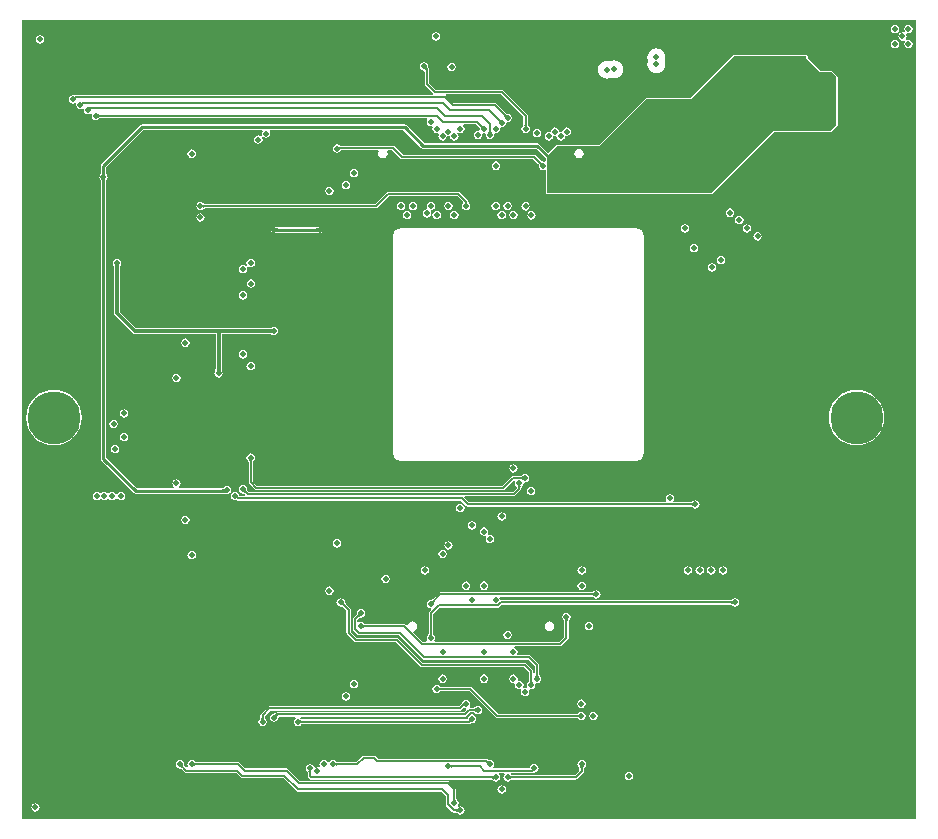
<source format=gbr>
G04 Layer_Physical_Order=2*
G04 Layer_Color=36540*
%FSLAX45Y45*%
%MOMM*%
%TF.FileFunction,Copper,L2,Inr,Signal*%
%TF.Part,Single*%
G01*
G75*
%TA.AperFunction,Conductor*%
%ADD15C,0.15240*%
%ADD16C,0.30000*%
%ADD18C,0.25400*%
%TA.AperFunction,ViaPad*%
%ADD19C,4.50000*%
%ADD20C,0.50000*%
G36*
X4264291Y-1633691D02*
X-3302891D01*
Y5133491D01*
X4264291D01*
Y-1633691D01*
D02*
G37*
%LPC*%
G36*
X4199100Y5091349D02*
X4185381Y5088620D01*
X4173751Y5080849D01*
X4165980Y5069219D01*
X4163251Y5055500D01*
X4165980Y5041781D01*
X4170849Y5034494D01*
X4162521Y5025653D01*
X4161811Y5025161D01*
X4148300Y5027849D01*
X4134581Y5025120D01*
X4122951Y5017349D01*
X4115180Y5005719D01*
X4112451Y4992000D01*
X4115180Y4978281D01*
X4122951Y4966651D01*
X4134581Y4958880D01*
X4148300Y4956151D01*
X4161811Y4958838D01*
X4162521Y4958346D01*
X4170849Y4949506D01*
X4165980Y4942219D01*
X4163251Y4928500D01*
X4165980Y4914781D01*
X4173751Y4903151D01*
X4185381Y4895380D01*
X4199100Y4892651D01*
X4212819Y4895380D01*
X4224449Y4903151D01*
X4232220Y4914781D01*
X4234949Y4928500D01*
X4232220Y4942219D01*
X4224449Y4953849D01*
X4212819Y4961620D01*
X4199100Y4964349D01*
X4185589Y4961661D01*
X4184879Y4962153D01*
X4176551Y4970994D01*
X4181420Y4978281D01*
X4184149Y4992000D01*
X4181420Y5005719D01*
X4176551Y5013006D01*
X4184879Y5021846D01*
X4185589Y5022338D01*
X4199100Y5019651D01*
X4212819Y5022380D01*
X4224449Y5030151D01*
X4232220Y5041781D01*
X4234949Y5055500D01*
X4232220Y5069219D01*
X4224449Y5080849D01*
X4212819Y5088620D01*
X4199100Y5091349D01*
D02*
G37*
G36*
X4084800D02*
X4071081Y5088620D01*
X4059451Y5080849D01*
X4051680Y5069219D01*
X4048951Y5055500D01*
X4051680Y5041781D01*
X4059451Y5030151D01*
X4071081Y5022380D01*
X4084800Y5019651D01*
X4098519Y5022380D01*
X4110149Y5030151D01*
X4117920Y5041781D01*
X4120649Y5055500D01*
X4117920Y5069219D01*
X4110149Y5080849D01*
X4098519Y5088620D01*
X4084800Y5091349D01*
D02*
G37*
G36*
X199000Y5027849D02*
X185282Y5025120D01*
X173651Y5017349D01*
X165880Y5005719D01*
X163152Y4992000D01*
X165880Y4978281D01*
X173651Y4966651D01*
X185282Y4958880D01*
X199000Y4956151D01*
X212719Y4958880D01*
X224349Y4966651D01*
X232120Y4978281D01*
X234849Y4992000D01*
X232120Y5005719D01*
X224349Y5017349D01*
X212719Y5025120D01*
X199000Y5027849D01*
D02*
G37*
G36*
X-3154200Y5002449D02*
X-3167919Y4999720D01*
X-3179549Y4991949D01*
X-3187320Y4980319D01*
X-3190049Y4966600D01*
X-3187320Y4952881D01*
X-3179549Y4941251D01*
X-3167919Y4933480D01*
X-3154200Y4930751D01*
X-3140481Y4933480D01*
X-3128851Y4941251D01*
X-3121080Y4952881D01*
X-3118351Y4966600D01*
X-3121080Y4980319D01*
X-3128851Y4991949D01*
X-3140481Y4999720D01*
X-3154200Y5002449D01*
D02*
G37*
G36*
X4084800Y4964349D02*
X4071081Y4961620D01*
X4059451Y4953849D01*
X4051680Y4942219D01*
X4048951Y4928500D01*
X4051680Y4914781D01*
X4059451Y4903151D01*
X4071081Y4895380D01*
X4084800Y4892651D01*
X4098519Y4895380D01*
X4110149Y4903151D01*
X4117920Y4914781D01*
X4120649Y4928500D01*
X4117920Y4942219D01*
X4110149Y4953849D01*
X4098519Y4961620D01*
X4084800Y4964349D01*
D02*
G37*
G36*
X1709900Y4789054D02*
X1690112Y4786449D01*
X1676460Y4780794D01*
X1666188Y4785049D01*
X1646400Y4787654D01*
X1626612Y4785049D01*
X1608173Y4777411D01*
X1592339Y4765261D01*
X1580189Y4749427D01*
X1572551Y4730988D01*
X1569946Y4711200D01*
X1572551Y4691412D01*
X1580189Y4672973D01*
X1592339Y4657139D01*
X1608173Y4644989D01*
X1626612Y4637351D01*
X1646400Y4634746D01*
X1666188Y4637351D01*
X1679840Y4643006D01*
X1690112Y4638751D01*
X1709900Y4636146D01*
X1729688Y4638751D01*
X1748127Y4646389D01*
X1763961Y4658539D01*
X1776111Y4674373D01*
X1783749Y4692812D01*
X1786354Y4712600D01*
X1783749Y4732388D01*
X1776111Y4750827D01*
X1763961Y4766661D01*
X1748127Y4778811D01*
X1729688Y4786449D01*
X1709900Y4789054D01*
D02*
G37*
G36*
X331101Y4768748D02*
X317382Y4766020D01*
X305752Y4758249D01*
X297981Y4746618D01*
X295252Y4732900D01*
X297981Y4719181D01*
X305752Y4707551D01*
X317382Y4699780D01*
X331101Y4697051D01*
X344819Y4699780D01*
X356450Y4707551D01*
X364221Y4719181D01*
X366949Y4732900D01*
X364221Y4746618D01*
X356450Y4758249D01*
X344819Y4766020D01*
X331101Y4768748D01*
D02*
G37*
G36*
X2065500Y4892284D02*
X2045712Y4889679D01*
X2027273Y4882041D01*
X2011439Y4869891D01*
X1999289Y4854057D01*
X1991651Y4835618D01*
X1989046Y4815830D01*
X1991651Y4796042D01*
X1995914Y4785750D01*
X1991651Y4775458D01*
X1989046Y4755670D01*
X1991651Y4735882D01*
X1999289Y4717443D01*
X2011439Y4701609D01*
X2027273Y4689459D01*
X2045712Y4681821D01*
X2065500Y4679216D01*
X2085288Y4681821D01*
X2103727Y4689459D01*
X2119561Y4701609D01*
X2131711Y4717443D01*
X2139349Y4735882D01*
X2141954Y4755670D01*
X2139349Y4775458D01*
X2135086Y4785750D01*
X2139349Y4796042D01*
X2141954Y4815830D01*
X2139349Y4835618D01*
X2131711Y4854057D01*
X2119561Y4869891D01*
X2103727Y4882041D01*
X2085288Y4889679D01*
X2065500Y4892284D01*
D02*
G37*
G36*
X1305350Y4222669D02*
X1291632Y4219940D01*
X1280002Y4212169D01*
X1272230Y4200539D01*
X1269502Y4186820D01*
X1257558Y4181766D01*
X1254950Y4182285D01*
X1252759Y4181849D01*
X1240799Y4186820D01*
X1238070Y4200539D01*
X1230299Y4212169D01*
X1218669Y4219940D01*
X1204950Y4222669D01*
X1191231Y4219940D01*
X1179601Y4212169D01*
X1171830Y4200539D01*
X1169101Y4186820D01*
X1157141Y4181849D01*
X1154950Y4182285D01*
X1141231Y4179556D01*
X1129601Y4171785D01*
X1121830Y4160155D01*
X1119101Y4146436D01*
X1121830Y4132717D01*
X1129601Y4121087D01*
X1141231Y4113316D01*
X1154950Y4110587D01*
X1168669Y4113316D01*
X1180299Y4121087D01*
X1188070Y4132717D01*
X1190799Y4146436D01*
X1202759Y4151407D01*
X1204950Y4150971D01*
X1207141Y4151407D01*
X1219101Y4146436D01*
X1221830Y4132717D01*
X1229601Y4121087D01*
X1241231Y4113316D01*
X1254950Y4110587D01*
X1268669Y4113316D01*
X1280299Y4121087D01*
X1288070Y4132717D01*
X1290799Y4146436D01*
X1302742Y4151490D01*
X1305350Y4150971D01*
X1319069Y4153700D01*
X1330699Y4161471D01*
X1338471Y4173101D01*
X1341199Y4186820D01*
X1338471Y4200539D01*
X1330699Y4212169D01*
X1319069Y4219940D01*
X1305350Y4222669D01*
D02*
G37*
G36*
X97400Y4773849D02*
X83682Y4771120D01*
X72051Y4763349D01*
X64280Y4751719D01*
X61552Y4738000D01*
X64280Y4724281D01*
X72051Y4712651D01*
X83682Y4704880D01*
X97400Y4702151D01*
X104272Y4690569D01*
Y4588950D01*
X105652Y4582013D01*
X109581Y4576132D01*
X175440Y4510273D01*
X177423Y4508948D01*
X173570Y4496248D01*
X-2856755Y4496248D01*
X-2863692Y4494868D01*
X-2867034Y4492635D01*
X-2876275Y4494474D01*
X-2889994Y4491745D01*
X-2901624Y4483974D01*
X-2909395Y4472344D01*
X-2912124Y4458625D01*
X-2909395Y4444906D01*
X-2901624Y4433276D01*
X-2889994Y4425505D01*
X-2876275Y4422776D01*
X-2862556Y4425505D01*
X-2855289Y4430361D01*
X-2852831Y4429153D01*
X-2844996Y4421964D01*
X-2847120Y4411285D01*
X-2844391Y4397567D01*
X-2836620Y4385936D01*
X-2824990Y4378165D01*
X-2811271Y4375437D01*
X-2797552Y4378165D01*
X-2792757Y4381369D01*
X-2781327Y4373732D01*
X-2782124Y4369725D01*
X-2779395Y4356006D01*
X-2771624Y4344376D01*
X-2759994Y4336605D01*
X-2746275Y4333876D01*
X-2732556Y4336605D01*
X-2723611Y4342582D01*
X-2720926Y4344375D01*
X-2711999Y4336229D01*
X-2714395Y4332644D01*
X-2717124Y4318925D01*
X-2714395Y4305206D01*
X-2706624Y4293576D01*
X-2694994Y4285805D01*
X-2681275Y4283076D01*
X-2667556Y4285805D01*
X-2656442Y4293231D01*
X-2655825Y4293471D01*
X-2654121Y4295106D01*
X-2652688Y4296318D01*
X-2651301Y4297335D01*
X-2649958Y4298176D01*
X-2648665Y4298851D01*
X-2647409Y4299380D01*
X-2646184Y4299774D01*
X-2644964Y4300051D01*
X-2643736Y4300216D01*
X-2641988Y4300293D01*
X-2640963Y4300771D01*
X119841Y4300772D01*
X126408Y4288071D01*
X122230Y4281819D01*
X119501Y4268100D01*
X122230Y4254381D01*
X130001Y4242751D01*
X141631Y4234980D01*
X155350Y4232251D01*
X162408Y4233655D01*
X166043Y4230635D01*
X171653Y4222595D01*
X169501Y4211776D01*
X172230Y4198057D01*
X180001Y4186427D01*
X191631Y4178656D01*
X205350Y4175927D01*
X218894Y4178621D01*
X219496Y4178206D01*
X227951Y4169317D01*
X221830Y4160155D01*
X219101Y4146436D01*
X221830Y4132717D01*
X229601Y4121087D01*
X241231Y4113316D01*
X254950Y4110587D01*
X268668Y4113316D01*
X280299Y4121087D01*
X288070Y4132717D01*
X290799Y4146436D01*
X302757Y4151417D01*
X305000Y4150971D01*
X307139Y4151397D01*
X319101Y4146436D01*
X321830Y4132717D01*
X329601Y4121087D01*
X341231Y4113316D01*
X354950Y4110587D01*
X368669Y4113316D01*
X380299Y4121087D01*
X388070Y4132717D01*
X390799Y4146436D01*
X388070Y4160155D01*
X381459Y4170049D01*
X380300Y4171785D01*
X388631Y4180434D01*
X389611Y4179779D01*
X391256Y4178680D01*
X404975Y4175952D01*
X418694Y4178680D01*
X430324Y4186452D01*
X438095Y4198082D01*
X440824Y4211801D01*
X438095Y4225519D01*
X430324Y4237150D01*
X430141Y4237272D01*
X433994Y4249972D01*
X541192D01*
X563671Y4227492D01*
X564057Y4226430D01*
X565238Y4225140D01*
X565992Y4224152D01*
X566655Y4223100D01*
X567243Y4221951D01*
X567756Y4220692D01*
X568192Y4219303D01*
X568545Y4217761D01*
X568804Y4216064D01*
X568960Y4214195D01*
X569006Y4211834D01*
X569260Y4211254D01*
X570538Y4204828D01*
X560591Y4193858D01*
X554950Y4194980D01*
X541231Y4192251D01*
X529601Y4184480D01*
X521830Y4172850D01*
X519101Y4159131D01*
X521830Y4145412D01*
X529601Y4133782D01*
X541231Y4126011D01*
X554950Y4123282D01*
X568669Y4126011D01*
X580299Y4133782D01*
X588070Y4145412D01*
X590799Y4159131D01*
X589412Y4166103D01*
X598428Y4176046D01*
X604534Y4176044D01*
X605000Y4175952D01*
X605464Y4176044D01*
X611453Y4176042D01*
X620504Y4166087D01*
X619126Y4159156D01*
X621855Y4145437D01*
X629626Y4133807D01*
X641256Y4126036D01*
X654975Y4123307D01*
X668694Y4126036D01*
X680324Y4133807D01*
X688095Y4145437D01*
X690824Y4159156D01*
X689439Y4166118D01*
X699392Y4177087D01*
X704975Y4175977D01*
X718694Y4178705D01*
X730324Y4186477D01*
X738095Y4198107D01*
X740824Y4211825D01*
X740020Y4215865D01*
X750821Y4226665D01*
X755084Y4225817D01*
X768802Y4228546D01*
X780433Y4236317D01*
X788204Y4247947D01*
X790932Y4261666D01*
X802778Y4267213D01*
X804975Y4266776D01*
X818694Y4269505D01*
X830324Y4277276D01*
X838095Y4288906D01*
X840824Y4302625D01*
X838095Y4316344D01*
X830324Y4327974D01*
X818694Y4335745D01*
X805522Y4338365D01*
X804942Y4338619D01*
X802581Y4338665D01*
X800712Y4338821D01*
X799015Y4339080D01*
X797475Y4339433D01*
X796085Y4339869D01*
X794824Y4340382D01*
X793676Y4340970D01*
X792624Y4341633D01*
X791637Y4342386D01*
X790346Y4343568D01*
X789284Y4343954D01*
X709155Y4424083D01*
X703274Y4428012D01*
X696336Y4429392D01*
X346553D01*
X285007Y4490939D01*
X283024Y4492264D01*
X286876Y4504964D01*
X749666D01*
X939932Y4314698D01*
Y4252095D01*
X939454Y4251071D01*
X939377Y4249324D01*
X939211Y4248094D01*
X938935Y4246877D01*
X938539Y4245650D01*
X938013Y4244400D01*
X937338Y4243109D01*
X936498Y4241769D01*
X935479Y4240382D01*
X934269Y4238953D01*
X932633Y4237251D01*
X932402Y4236662D01*
X924940Y4225494D01*
X922212Y4211776D01*
X924940Y4198057D01*
X932711Y4186427D01*
X944342Y4178656D01*
X958060Y4175927D01*
X971779Y4178656D01*
X983409Y4186427D01*
X991180Y4198057D01*
X993909Y4211776D01*
X991180Y4225494D01*
X983719Y4236662D01*
X983488Y4237251D01*
X981852Y4238953D01*
X980642Y4240382D01*
X979623Y4241769D01*
X978783Y4243108D01*
X978109Y4244398D01*
X977582Y4245649D01*
X977185Y4246878D01*
X976909Y4248094D01*
X976744Y4249324D01*
X976667Y4251071D01*
X976189Y4252095D01*
Y4322207D01*
X974809Y4329144D01*
X970879Y4335025D01*
X769994Y4535911D01*
X764113Y4539840D01*
X757175Y4541220D01*
X195767D01*
X140528Y4596459D01*
Y4712600D01*
X139148Y4719537D01*
X136613Y4723332D01*
X135738Y4725587D01*
X134455Y4726929D01*
X133561Y4727965D01*
X132895Y4728837D01*
X132450Y4729515D01*
X132208Y4729963D01*
X132160Y4730076D01*
X132129Y4730301D01*
X132443Y4731035D01*
X132056Y4732000D01*
X133249Y4738000D01*
X130520Y4751719D01*
X122749Y4763349D01*
X111119Y4771120D01*
X97400Y4773849D01*
D02*
G37*
G36*
X1055350Y4209848D02*
X1041632Y4207119D01*
X1030001Y4199348D01*
X1022230Y4187718D01*
X1019502Y4173999D01*
X1022230Y4160280D01*
X1030001Y4148650D01*
X1041632Y4140879D01*
X1055350Y4138150D01*
X1069069Y4140879D01*
X1080699Y4148650D01*
X1088471Y4160280D01*
X1091199Y4173999D01*
X1088471Y4187718D01*
X1080699Y4199348D01*
X1069069Y4207119D01*
X1055350Y4209848D01*
D02*
G37*
G36*
X3335500Y4837897D02*
X2725900D01*
X2718124Y4834676D01*
X2353045Y4469597D01*
X1976600D01*
X1968824Y4466376D01*
X1578345Y4075897D01*
X1227300D01*
X1219524Y4072676D01*
X1150657Y4003809D01*
X1073085Y4081381D01*
X1065523Y4086434D01*
X1056604Y4088208D01*
X102481D01*
X-50693Y4241381D01*
X-58254Y4246434D01*
X-67174Y4248208D01*
X-2290459D01*
X-2299379Y4246434D01*
X-2306940Y4241382D01*
X-2632769Y3915553D01*
X-2637821Y3907991D01*
X-2639595Y3899072D01*
Y3837698D01*
X-2639977Y3836864D01*
X-2640156Y3832004D01*
X-2640329Y3830326D01*
X-2640569Y3828797D01*
X-2640842Y3827556D01*
X-2641123Y3826610D01*
X-2641377Y3825963D01*
X-2641554Y3825618D01*
X-2641607Y3825538D01*
X-2642034Y3825055D01*
X-2642298Y3824285D01*
X-2649408Y3813644D01*
X-2652136Y3799925D01*
X-2649408Y3786207D01*
X-2642298Y3775566D01*
X-2642034Y3774796D01*
X-2641607Y3774312D01*
X-2641554Y3774233D01*
X-2641377Y3773888D01*
X-2641123Y3773241D01*
X-2640842Y3772295D01*
X-2640569Y3771054D01*
X-2640349Y3769655D01*
X-2640025Y3765560D01*
X-2639983Y3763196D01*
X-2639595Y3762305D01*
Y1415888D01*
X-2637821Y1406968D01*
X-2632769Y1399407D01*
X-2360781Y1127419D01*
X-2353219Y1122366D01*
X-2344300Y1120592D01*
X-1602714D01*
X-1601817Y1120204D01*
X-1596696Y1120124D01*
X-1592755Y1119905D01*
X-1589804Y1119565D01*
X-1588988Y1119417D01*
X-1588467Y1119290D01*
X-1588423Y1119275D01*
X-1588142Y1119145D01*
X-1588014Y1119139D01*
X-1587824Y1119077D01*
X-1587346Y1119111D01*
X-1586931Y1119093D01*
X-1585012Y1117811D01*
X-1571294Y1115083D01*
X-1557575Y1117811D01*
X-1545945Y1125582D01*
X-1538173Y1137213D01*
X-1535445Y1150931D01*
X-1538173Y1164650D01*
X-1545945Y1176280D01*
X-1557575Y1184051D01*
X-1571294Y1186780D01*
X-1585012Y1184051D01*
X-1596642Y1176280D01*
X-1600970Y1169804D01*
X-1601882Y1169182D01*
X-1602123Y1169074D01*
X-1602267Y1168920D01*
X-1602548Y1168728D01*
X-1602589Y1168667D01*
X-1602990Y1168501D01*
X-1603835Y1168248D01*
X-1604879Y1168031D01*
X-1608630Y1167645D01*
X-1610891Y1167594D01*
X-1611767Y1167208D01*
X-1972543D01*
X-1976396Y1179908D01*
X-1973151Y1182076D01*
X-1965380Y1193706D01*
X-1962651Y1207425D01*
X-1965380Y1221144D01*
X-1973151Y1232774D01*
X-1984781Y1240545D01*
X-1998500Y1243274D01*
X-2012219Y1240545D01*
X-2023849Y1232774D01*
X-2031620Y1221144D01*
X-2034349Y1207425D01*
X-2031620Y1193706D01*
X-2023849Y1182076D01*
X-2020604Y1179908D01*
X-2024457Y1167208D01*
X-2334645D01*
X-2592980Y1425542D01*
Y3762153D01*
X-2592598Y3762987D01*
X-2592419Y3767847D01*
X-2592246Y3769525D01*
X-2592007Y3771054D01*
X-2591734Y3772295D01*
X-2591452Y3773241D01*
X-2591198Y3773888D01*
X-2591021Y3774233D01*
X-2590968Y3774312D01*
X-2590541Y3774796D01*
X-2590278Y3775566D01*
X-2583168Y3786207D01*
X-2580439Y3799925D01*
X-2583168Y3813644D01*
X-2590278Y3824285D01*
X-2590541Y3825055D01*
X-2590968Y3825538D01*
X-2591021Y3825618D01*
X-2591199Y3825963D01*
X-2591452Y3826610D01*
X-2591734Y3827556D01*
X-2592007Y3828797D01*
X-2592226Y3830195D01*
X-2592550Y3834291D01*
X-2592592Y3836655D01*
X-2592980Y3837545D01*
Y3889418D01*
X-2280805Y4201593D01*
X-1275676D01*
X-1268888Y4188893D01*
X-1272395Y4183644D01*
X-1275123Y4169925D01*
X-1272395Y4156206D01*
X-1269865Y4152420D01*
X-1278926Y4144364D01*
X-1281809Y4146289D01*
X-1290556Y4152134D01*
X-1304275Y4154863D01*
X-1317994Y4152134D01*
X-1329624Y4144363D01*
X-1337395Y4132733D01*
X-1340124Y4119014D01*
X-1337395Y4105295D01*
X-1329624Y4093665D01*
X-1317994Y4085894D01*
X-1304275Y4083165D01*
X-1290556Y4085894D01*
X-1278926Y4093665D01*
X-1271155Y4105295D01*
X-1268426Y4119014D01*
X-1271155Y4132733D01*
X-1273684Y4136519D01*
X-1264624Y4144575D01*
X-1261740Y4142650D01*
X-1252993Y4136805D01*
X-1239275Y4134076D01*
X-1225556Y4136805D01*
X-1213926Y4144576D01*
X-1206155Y4156206D01*
X-1203426Y4169925D01*
X-1206155Y4183644D01*
X-1209662Y4188893D01*
X-1202873Y4201593D01*
X-76828D01*
X76346Y4048419D01*
X83907Y4043366D01*
X92827Y4041592D01*
X1046949D01*
X1127403Y3961139D01*
Y3939896D01*
X1114703Y3932409D01*
X1105497Y3934240D01*
X1104917Y3934494D01*
X1102556Y3934540D01*
X1100687Y3934696D01*
X1098989Y3934955D01*
X1097450Y3935308D01*
X1096060Y3935744D01*
X1094799Y3936257D01*
X1093651Y3936845D01*
X1092598Y3937508D01*
X1091612Y3938261D01*
X1090321Y3939443D01*
X1089258Y3939829D01*
X1042286Y3986801D01*
X1036405Y3990731D01*
X1029468Y3992111D01*
X-81523D01*
X-150011Y4060598D01*
X-155892Y4064528D01*
X-162830Y4065908D01*
X-601579D01*
X-602627Y4066389D01*
X-604353Y4066454D01*
X-605726Y4066607D01*
X-607178Y4066873D01*
X-608706Y4067259D01*
X-610324Y4067777D01*
X-612016Y4068431D01*
X-613680Y4069181D01*
X-617702Y4071370D01*
X-619793Y4072696D01*
X-621822Y4073049D01*
X-625781Y4075695D01*
X-639500Y4078423D01*
X-653219Y4075695D01*
X-664849Y4067924D01*
X-672620Y4056293D01*
X-675349Y4042575D01*
X-672620Y4028856D01*
X-664849Y4017226D01*
X-653219Y4009455D01*
X-639500Y4006726D01*
X-625781Y4009455D01*
X-614151Y4017226D01*
X-611101Y4021790D01*
X-609349Y4022921D01*
X-608171Y4024624D01*
X-607249Y4025743D01*
X-606358Y4026640D01*
X-605497Y4027349D01*
X-604656Y4027905D01*
X-603809Y4028340D01*
X-602922Y4028677D01*
X-601951Y4028928D01*
X-600855Y4029092D01*
X-599096Y4029175D01*
X-598192Y4029601D01*
X-597207Y4029430D01*
X-596892Y4029652D01*
X-293812D01*
X-287024Y4016952D01*
X-287880Y4015670D01*
X-290997Y4000000D01*
X-287880Y3984330D01*
X-279004Y3971046D01*
X-265720Y3962170D01*
X-250050Y3959053D01*
X-234380Y3962170D01*
X-221096Y3971046D01*
X-212220Y3984330D01*
X-209103Y4000000D01*
X-212220Y4015670D01*
X-213077Y4016952D01*
X-206288Y4029652D01*
X-170339D01*
X-101851Y3961164D01*
X-95970Y3957234D01*
X-89032Y3955854D01*
X1021959D01*
X1063621Y3914192D01*
X1064007Y3913129D01*
X1065188Y3911839D01*
X1065942Y3910852D01*
X1066605Y3909799D01*
X1067193Y3908650D01*
X1067706Y3907391D01*
X1068142Y3906002D01*
X1068495Y3904461D01*
X1068754Y3902763D01*
X1068910Y3900894D01*
X1068956Y3898533D01*
X1069210Y3897953D01*
X1071830Y3884781D01*
X1079601Y3873151D01*
X1091231Y3865380D01*
X1104950Y3862651D01*
X1114703Y3864591D01*
X1127403Y3857104D01*
Y3664850D01*
X1130624Y3657074D01*
X1138400Y3653853D01*
X2529050D01*
X2536826Y3657074D01*
X2797176Y3917424D01*
X3060655Y4180903D01*
X3538700D01*
X3546476Y4184124D01*
X3597276Y4234924D01*
X3600497Y4242700D01*
Y4649100D01*
X3597276Y4656876D01*
X3559176Y4694976D01*
X3551400Y4698197D01*
X3454355D01*
X3346497Y4806055D01*
Y4826900D01*
X3343276Y4834676D01*
X3335500Y4837897D01*
D02*
G37*
G36*
X-1869300Y4035849D02*
X-1883019Y4033120D01*
X-1894649Y4025349D01*
X-1902420Y4013719D01*
X-1905149Y4000000D01*
X-1902420Y3986281D01*
X-1894649Y3974651D01*
X-1883019Y3966880D01*
X-1869300Y3964151D01*
X-1855581Y3966880D01*
X-1843951Y3974651D01*
X-1836180Y3986281D01*
X-1833451Y4000000D01*
X-1836180Y4013719D01*
X-1843951Y4025349D01*
X-1855581Y4033120D01*
X-1869300Y4035849D01*
D02*
G37*
G36*
X706600Y3934349D02*
X692881Y3931620D01*
X681251Y3923849D01*
X673480Y3912219D01*
X670751Y3898500D01*
X673480Y3884781D01*
X681251Y3873151D01*
X692881Y3865380D01*
X706600Y3862651D01*
X720319Y3865380D01*
X731949Y3873151D01*
X739720Y3884781D01*
X742449Y3898500D01*
X739720Y3912219D01*
X731949Y3923849D01*
X720319Y3931620D01*
X706600Y3934349D01*
D02*
G37*
G36*
X-495300Y3872149D02*
X-509019Y3869420D01*
X-520649Y3861649D01*
X-528420Y3850019D01*
X-531149Y3836300D01*
X-528420Y3822581D01*
X-520649Y3810951D01*
X-509019Y3803180D01*
X-495300Y3800451D01*
X-481581Y3803180D01*
X-469951Y3810951D01*
X-462180Y3822581D01*
X-459451Y3836300D01*
X-462180Y3850019D01*
X-469951Y3861649D01*
X-481581Y3869420D01*
X-495300Y3872149D01*
D02*
G37*
G36*
X-561679Y3770649D02*
X-575398Y3767920D01*
X-587028Y3760149D01*
X-594799Y3748519D01*
X-597528Y3734800D01*
X-594799Y3721081D01*
X-587028Y3709451D01*
X-575398Y3701680D01*
X-561679Y3698951D01*
X-547960Y3701680D01*
X-536330Y3709451D01*
X-528559Y3721081D01*
X-525830Y3734800D01*
X-528559Y3748519D01*
X-536330Y3760149D01*
X-547960Y3767920D01*
X-561679Y3770649D01*
D02*
G37*
G36*
X-703100Y3719774D02*
X-716819Y3717045D01*
X-728449Y3709274D01*
X-736220Y3697644D01*
X-738949Y3683925D01*
X-736220Y3670206D01*
X-728449Y3658576D01*
X-716819Y3650805D01*
X-703100Y3648076D01*
X-689381Y3650805D01*
X-677751Y3658576D01*
X-669980Y3670206D01*
X-667251Y3683925D01*
X-669980Y3697644D01*
X-677751Y3709274D01*
X-689381Y3717045D01*
X-703100Y3719774D01*
D02*
G37*
G36*
X304975Y3592774D02*
X291256Y3590045D01*
X279626Y3582274D01*
X271855Y3570644D01*
X269126Y3556925D01*
X271855Y3543206D01*
X279626Y3531576D01*
X291256Y3523805D01*
X304975Y3521076D01*
X318694Y3523805D01*
X330324Y3531576D01*
X338095Y3543206D01*
X340824Y3556925D01*
X338095Y3570644D01*
X330324Y3582274D01*
X318694Y3590045D01*
X304975Y3592774D01*
D02*
G37*
G36*
X804950Y3592749D02*
X791232Y3590020D01*
X779601Y3582249D01*
X771830Y3570619D01*
X769102Y3556900D01*
X771830Y3543181D01*
X779601Y3531551D01*
X791232Y3523780D01*
X804950Y3521051D01*
X818669Y3523780D01*
X830299Y3531551D01*
X838070Y3543181D01*
X840799Y3556900D01*
X838070Y3570619D01*
X830299Y3582249D01*
X818669Y3590020D01*
X804950Y3592749D01*
D02*
G37*
G36*
X704950D02*
X691231Y3590020D01*
X679601Y3582249D01*
X671830Y3570619D01*
X669101Y3556900D01*
X671830Y3543181D01*
X679601Y3531551D01*
X691231Y3523780D01*
X704950Y3521051D01*
X718669Y3523780D01*
X730299Y3531551D01*
X738070Y3543181D01*
X740799Y3556900D01*
X738070Y3570619D01*
X730299Y3582249D01*
X718669Y3590020D01*
X704950Y3592749D01*
D02*
G37*
G36*
X389100Y3676628D02*
X-205600D01*
X-212537Y3675248D01*
X-218419Y3671319D01*
X-317419Y3572318D01*
X-1754948Y3572317D01*
X-1755972Y3572796D01*
X-1757720Y3572873D01*
X-1758947Y3573038D01*
X-1760157Y3573314D01*
X-1761377Y3573709D01*
X-1762623Y3574236D01*
X-1763905Y3574910D01*
X-1765236Y3575749D01*
X-1766612Y3576767D01*
X-1768034Y3577978D01*
X-1769725Y3579617D01*
X-1770200Y3579805D01*
X-1781581Y3587409D01*
X-1795300Y3590138D01*
X-1809019Y3587409D01*
X-1820649Y3579638D01*
X-1828420Y3568008D01*
X-1831149Y3554289D01*
X-1828420Y3540570D01*
X-1820649Y3528940D01*
X-1809019Y3521169D01*
X-1795300Y3518440D01*
X-1781581Y3521169D01*
X-1770623Y3528491D01*
X-1769925Y3528761D01*
X-1768213Y3530395D01*
X-1766773Y3531605D01*
X-1765377Y3532624D01*
X-1764030Y3533464D01*
X-1762730Y3534140D01*
X-1761472Y3534668D01*
X-1760238Y3535064D01*
X-1759016Y3535341D01*
X-1757785Y3535506D01*
X-1756038Y3535583D01*
X-1755013Y3536061D01*
X-309910Y3536061D01*
X-302973Y3537441D01*
X-297092Y3541371D01*
X-198091Y3640372D01*
X381591D01*
X426084Y3595879D01*
X426730Y3595105D01*
X426955Y3594745D01*
X429601Y3582249D01*
X421830Y3570619D01*
X419101Y3556900D01*
X421830Y3543181D01*
X429601Y3531551D01*
X441231Y3523780D01*
X454950Y3521051D01*
X468669Y3523780D01*
X480299Y3531551D01*
X488070Y3543181D01*
X490799Y3556900D01*
X488070Y3570619D01*
X480299Y3582249D01*
X475780Y3585268D01*
X475280Y3586384D01*
X474483Y3586687D01*
X474024Y3587405D01*
X473692Y3587636D01*
X473558Y3587929D01*
X473370Y3588489D01*
X473174Y3589316D01*
X473003Y3590418D01*
X472887Y3591774D01*
X472836Y3593669D01*
X471855Y3595870D01*
X470971Y3600314D01*
X467042Y3606195D01*
X401919Y3671319D01*
X396038Y3675248D01*
X389100Y3676628D01*
D02*
G37*
G36*
X4950Y3592749D02*
X-8769Y3590020D01*
X-20399Y3582249D01*
X-28170Y3570619D01*
X-30899Y3556900D01*
X-28170Y3543181D01*
X-20399Y3531551D01*
X-8769Y3523780D01*
X4950Y3521051D01*
X18669Y3523780D01*
X30299Y3531551D01*
X38070Y3543181D01*
X40799Y3556900D01*
X38070Y3570619D01*
X30299Y3582249D01*
X18669Y3590020D01*
X4950Y3592749D01*
D02*
G37*
G36*
X-95050D02*
X-108769Y3590020D01*
X-120399Y3582249D01*
X-128170Y3570619D01*
X-130899Y3556900D01*
X-128170Y3543181D01*
X-120399Y3531551D01*
X-108769Y3523780D01*
X-95050Y3521051D01*
X-81332Y3523780D01*
X-69701Y3531551D01*
X-61930Y3543181D01*
X-59202Y3556900D01*
X-61930Y3570619D01*
X-69701Y3582249D01*
X-81332Y3590020D01*
X-95050Y3592749D01*
D02*
G37*
G36*
X957660Y3590038D02*
X943941Y3587310D01*
X932311Y3579538D01*
X924540Y3567908D01*
X921811Y3554189D01*
X924540Y3540471D01*
X932311Y3528841D01*
X943941Y3521069D01*
X957660Y3518341D01*
X971379Y3521069D01*
X983009Y3528841D01*
X990780Y3540471D01*
X993509Y3554189D01*
X990780Y3567908D01*
X983009Y3579538D01*
X971379Y3587310D01*
X957660Y3590038D01*
D02*
G37*
G36*
X2688200Y3535749D02*
X2674482Y3533020D01*
X2662851Y3525249D01*
X2655080Y3513619D01*
X2652352Y3499900D01*
X2655080Y3486181D01*
X2662851Y3474551D01*
X2674482Y3466780D01*
X2688200Y3464051D01*
X2701919Y3466780D01*
X2713549Y3474551D01*
X2721320Y3486181D01*
X2724049Y3499900D01*
X2721320Y3513619D01*
X2713549Y3525249D01*
X2701919Y3533020D01*
X2688200Y3535749D01*
D02*
G37*
G36*
X154950Y3592749D02*
X141231Y3590020D01*
X129601Y3582249D01*
X121830Y3570619D01*
X119101Y3556900D01*
X121830Y3543181D01*
X122999Y3541431D01*
X122964Y3540727D01*
X116573Y3528190D01*
X108681Y3526620D01*
X97051Y3518849D01*
X89280Y3507219D01*
X86551Y3493500D01*
X89280Y3479781D01*
X97051Y3468151D01*
X108681Y3460380D01*
X122400Y3457651D01*
X136119Y3460380D01*
X147749Y3468151D01*
X155520Y3479781D01*
X158249Y3493500D01*
X155520Y3507219D01*
X154351Y3508969D01*
X154386Y3509672D01*
X160777Y3522210D01*
X168669Y3523780D01*
X180299Y3531551D01*
X188070Y3543181D01*
X190799Y3556900D01*
X188070Y3570619D01*
X180299Y3582249D01*
X168669Y3590020D01*
X154950Y3592749D01*
D02*
G37*
G36*
X354976Y3516574D02*
X341257Y3513845D01*
X329627Y3506074D01*
X321856Y3494444D01*
X319127Y3480725D01*
X321856Y3467006D01*
X329627Y3455376D01*
X341257Y3447605D01*
X354976Y3444876D01*
X368694Y3447605D01*
X380325Y3455376D01*
X388096Y3467006D01*
X390824Y3480725D01*
X388096Y3494444D01*
X380325Y3506074D01*
X368694Y3513845D01*
X354976Y3516574D01*
D02*
G37*
G36*
X854951Y3516549D02*
X841232Y3513820D01*
X829602Y3506049D01*
X821831Y3494419D01*
X819102Y3480700D01*
X821831Y3466981D01*
X829602Y3455351D01*
X841232Y3447580D01*
X854951Y3444851D01*
X868670Y3447580D01*
X880300Y3455351D01*
X888071Y3466981D01*
X890800Y3480700D01*
X888071Y3494419D01*
X880300Y3506049D01*
X868670Y3513820D01*
X854951Y3516549D01*
D02*
G37*
G36*
X754950D02*
X741232Y3513820D01*
X729602Y3506049D01*
X721830Y3494419D01*
X719102Y3480700D01*
X721830Y3466981D01*
X729602Y3455351D01*
X741232Y3447580D01*
X754950Y3444851D01*
X768669Y3447580D01*
X780299Y3455351D01*
X788071Y3466981D01*
X790799Y3480700D01*
X788071Y3494419D01*
X780299Y3506049D01*
X768669Y3513820D01*
X754950Y3516549D01*
D02*
G37*
G36*
X204950D02*
X191232Y3513820D01*
X179601Y3506049D01*
X171830Y3494419D01*
X169102Y3480700D01*
X171830Y3466981D01*
X179601Y3455351D01*
X191232Y3447580D01*
X204950Y3444851D01*
X218669Y3447580D01*
X230299Y3455351D01*
X238070Y3466981D01*
X240799Y3480700D01*
X238070Y3494419D01*
X230299Y3506049D01*
X218669Y3513820D01*
X204950Y3516549D01*
D02*
G37*
G36*
X-45050D02*
X-58769Y3513820D01*
X-70399Y3506049D01*
X-78170Y3494419D01*
X-80899Y3480700D01*
X-78170Y3466981D01*
X-70399Y3455351D01*
X-58769Y3447580D01*
X-45050Y3444851D01*
X-31331Y3447580D01*
X-19701Y3455351D01*
X-11930Y3466981D01*
X-9201Y3480700D01*
X-11930Y3494419D01*
X-19701Y3506049D01*
X-31331Y3513820D01*
X-45050Y3516549D01*
D02*
G37*
G36*
X1007660Y3513838D02*
X993942Y3511110D01*
X982311Y3503338D01*
X974540Y3491708D01*
X971812Y3477989D01*
X974540Y3464271D01*
X982311Y3452641D01*
X993942Y3444869D01*
X1007660Y3442141D01*
X1021379Y3444869D01*
X1033009Y3452641D01*
X1040780Y3464271D01*
X1043509Y3477989D01*
X1040780Y3491708D01*
X1033009Y3503338D01*
X1021379Y3511110D01*
X1007660Y3513838D01*
D02*
G37*
G36*
X-1795300Y3494984D02*
X-1809019Y3492255D01*
X-1820649Y3484484D01*
X-1828420Y3472854D01*
X-1831149Y3459135D01*
X-1828420Y3445416D01*
X-1820649Y3433786D01*
X-1809019Y3426015D01*
X-1795300Y3423286D01*
X-1781581Y3426015D01*
X-1769951Y3433786D01*
X-1762180Y3445416D01*
X-1759451Y3459135D01*
X-1762180Y3472854D01*
X-1769951Y3484484D01*
X-1781581Y3492255D01*
X-1795300Y3494984D01*
D02*
G37*
G36*
X2767694Y3473563D02*
X2753975Y3470834D01*
X2742345Y3463063D01*
X2734574Y3451433D01*
X2731845Y3437714D01*
X2734574Y3423995D01*
X2742345Y3412365D01*
X2753975Y3404594D01*
X2767694Y3401865D01*
X2781413Y3404594D01*
X2793043Y3412365D01*
X2800814Y3423995D01*
X2803543Y3437714D01*
X2800814Y3451433D01*
X2793043Y3463063D01*
X2781413Y3470834D01*
X2767694Y3473563D01*
D02*
G37*
G36*
X-1156434Y3382223D02*
X-1156773Y3382082D01*
X-1157120Y3382202D01*
X-1160617Y3380490D01*
X-1164210Y3379001D01*
X-1164350Y3378663D01*
X-1164681Y3378501D01*
X-1165184Y3377033D01*
X-1174287D01*
X-1183207Y3375259D01*
X-1190769Y3370206D01*
X-1195821Y3362645D01*
X-1197595Y3353725D01*
X-1195821Y3344806D01*
X-1190769Y3337244D01*
X-1183207Y3332191D01*
X-1174287Y3330417D01*
X-1165184D01*
X-1164681Y3328949D01*
X-1164350Y3328788D01*
X-1164210Y3328449D01*
X-1160617Y3326960D01*
X-1157120Y3325249D01*
X-1156773Y3325368D01*
X-1156434Y3325227D01*
X-1152839Y3326717D01*
X-1149158Y3327979D01*
X-1148674Y3328406D01*
X-1148595Y3328459D01*
X-1148250Y3328636D01*
X-1147603Y3328890D01*
X-1146657Y3329171D01*
X-1145416Y3329444D01*
X-1144018Y3329663D01*
X-1139922Y3329988D01*
X-1137558Y3330030D01*
X-1136668Y3330417D01*
X-822887D01*
X-822330Y3330105D01*
X-821897Y3330227D01*
X-821489Y3330038D01*
X-816703Y3329837D01*
X-815134Y3329653D01*
X-813724Y3329400D01*
X-812622Y3329120D01*
X-811831Y3328847D01*
X-811349Y3328626D01*
X-811169Y3328518D01*
X-810766Y3328086D01*
X-807506Y3326602D01*
X-807248Y3326484D01*
X-807247D01*
X-803844Y3324648D01*
X-803464Y3324762D01*
X-803106Y3324599D01*
X-795780Y3327063D01*
X-795780Y3327064D01*
X-792119Y3329626D01*
X-783200Y3327852D01*
X-774280Y3329626D01*
X-766719Y3334679D01*
X-761666Y3342240D01*
X-759892Y3351160D01*
X-761666Y3360079D01*
X-766719Y3367641D01*
X-769284Y3370206D01*
X-776846Y3375259D01*
X-785765Y3377033D01*
X-790548D01*
X-790645Y3377354D01*
X-794083Y3379208D01*
X-797406Y3381263D01*
X-797746Y3381183D01*
X-798053Y3381349D01*
X-801795Y3380228D01*
X-805598Y3379332D01*
X-806099Y3378971D01*
X-806245Y3378891D01*
X-806705Y3378697D01*
X-807481Y3378447D01*
X-808564Y3378182D01*
X-809701Y3377976D01*
X-815837Y3377455D01*
X-818167Y3377421D01*
X-819066Y3377033D01*
X-1136515D01*
X-1137349Y3377415D01*
X-1142209Y3377594D01*
X-1143887Y3377766D01*
X-1145416Y3378006D01*
X-1146657Y3378279D01*
X-1147603Y3378561D01*
X-1148250Y3378814D01*
X-1148595Y3378991D01*
X-1148674Y3379044D01*
X-1149158Y3379471D01*
X-1152839Y3380733D01*
X-1153069Y3380829D01*
X-1153070Y3380829D01*
X-1156398Y3382208D01*
X-1156434Y3382223D01*
D02*
G37*
G36*
X2307200Y3402149D02*
X2293482Y3399420D01*
X2281851Y3391649D01*
X2274080Y3380019D01*
X2271352Y3366300D01*
X2274080Y3352581D01*
X2281851Y3340951D01*
X2293482Y3333180D01*
X2307200Y3330451D01*
X2320919Y3333180D01*
X2332549Y3340951D01*
X2340320Y3352581D01*
X2343049Y3366300D01*
X2340320Y3380019D01*
X2332549Y3391649D01*
X2320919Y3399420D01*
X2307200Y3402149D01*
D02*
G37*
G36*
X2831250Y3401999D02*
X2817532Y3399270D01*
X2805901Y3391499D01*
X2798130Y3379869D01*
X2795402Y3366150D01*
X2798130Y3352431D01*
X2805901Y3340801D01*
X2817532Y3333030D01*
X2831250Y3330301D01*
X2844969Y3333030D01*
X2856599Y3340801D01*
X2864370Y3352431D01*
X2867099Y3366150D01*
X2864370Y3379869D01*
X2856599Y3391499D01*
X2844969Y3399270D01*
X2831250Y3401999D01*
D02*
G37*
G36*
X2921400Y3335749D02*
X2907682Y3333020D01*
X2896051Y3325249D01*
X2888280Y3313619D01*
X2885552Y3299900D01*
X2888280Y3286181D01*
X2896051Y3274551D01*
X2907682Y3266780D01*
X2921400Y3264051D01*
X2935119Y3266780D01*
X2946749Y3274551D01*
X2954520Y3286181D01*
X2957249Y3299900D01*
X2954520Y3313619D01*
X2946749Y3325249D01*
X2935119Y3333020D01*
X2921400Y3335749D01*
D02*
G37*
G36*
X2383400Y3237149D02*
X2369682Y3234420D01*
X2358051Y3226649D01*
X2350280Y3215019D01*
X2347552Y3201300D01*
X2350280Y3187581D01*
X2358051Y3175951D01*
X2369682Y3168180D01*
X2383400Y3165451D01*
X2397119Y3168180D01*
X2408749Y3175951D01*
X2416520Y3187581D01*
X2419249Y3201300D01*
X2416520Y3215019D01*
X2408749Y3226649D01*
X2397119Y3234420D01*
X2383400Y3237149D01*
D02*
G37*
G36*
X2612000Y3135549D02*
X2598282Y3132820D01*
X2586651Y3125049D01*
X2578880Y3113419D01*
X2576152Y3099700D01*
X2578880Y3085981D01*
X2586651Y3074351D01*
X2598282Y3066580D01*
X2612000Y3063851D01*
X2625719Y3066580D01*
X2637349Y3074351D01*
X2645120Y3085981D01*
X2647849Y3099700D01*
X2645120Y3113419D01*
X2637349Y3125049D01*
X2625719Y3132820D01*
X2612000Y3135549D01*
D02*
G37*
G36*
X-1369275Y3110174D02*
X-1382994Y3107445D01*
X-1394624Y3099674D01*
X-1402395Y3088044D01*
X-1405124Y3074325D01*
X-1402395Y3060606D01*
X-1400000Y3057021D01*
X-1408926Y3048875D01*
X-1411610Y3050667D01*
X-1420556Y3056645D01*
X-1434275Y3059374D01*
X-1447994Y3056645D01*
X-1459624Y3048874D01*
X-1467395Y3037244D01*
X-1470124Y3023525D01*
X-1467395Y3009806D01*
X-1459624Y2998176D01*
X-1447994Y2990405D01*
X-1434275Y2987676D01*
X-1420556Y2990405D01*
X-1408926Y2998176D01*
X-1401155Y3009806D01*
X-1398426Y3023525D01*
X-1401155Y3037244D01*
X-1403550Y3040829D01*
X-1394624Y3048975D01*
X-1391940Y3047183D01*
X-1382994Y3041205D01*
X-1369275Y3038476D01*
X-1355556Y3041205D01*
X-1343926Y3048976D01*
X-1336155Y3060606D01*
X-1333426Y3074325D01*
X-1336155Y3088044D01*
X-1343926Y3099674D01*
X-1355556Y3107445D01*
X-1369275Y3110174D01*
D02*
G37*
G36*
X2535800Y3072244D02*
X2522082Y3069515D01*
X2510451Y3061744D01*
X2502680Y3050114D01*
X2499952Y3036395D01*
X2502680Y3022676D01*
X2510451Y3011046D01*
X2522082Y3003275D01*
X2535800Y3000546D01*
X2549519Y3003275D01*
X2561149Y3011046D01*
X2568920Y3022676D01*
X2571649Y3036395D01*
X2568920Y3050114D01*
X2561149Y3061744D01*
X2549519Y3069515D01*
X2535800Y3072244D01*
D02*
G37*
G36*
X-1366800Y2935749D02*
X-1380519Y2933020D01*
X-1392149Y2925249D01*
X-1399920Y2913619D01*
X-1402649Y2899900D01*
X-1399920Y2886181D01*
X-1392149Y2874551D01*
X-1380519Y2866780D01*
X-1366800Y2864051D01*
X-1353082Y2866780D01*
X-1341451Y2874551D01*
X-1333680Y2886181D01*
X-1330952Y2899900D01*
X-1333680Y2913619D01*
X-1341451Y2925249D01*
X-1353082Y2933020D01*
X-1366800Y2935749D01*
D02*
G37*
G36*
X-1434300Y2835749D02*
X-1448018Y2833020D01*
X-1459649Y2825249D01*
X-1467420Y2813619D01*
X-1470148Y2799900D01*
X-1467420Y2786181D01*
X-1459649Y2774551D01*
X-1448018Y2766780D01*
X-1434300Y2764051D01*
X-1420581Y2766780D01*
X-1408951Y2774551D01*
X-1401180Y2786181D01*
X-1398451Y2799900D01*
X-1401180Y2813619D01*
X-1408951Y2825249D01*
X-1420581Y2833020D01*
X-1434300Y2835749D01*
D02*
G37*
G36*
X-2500287Y3108174D02*
X-2514006Y3105445D01*
X-2525636Y3097674D01*
X-2533407Y3086044D01*
X-2536136Y3072325D01*
X-2533407Y3058606D01*
X-2527298Y3049464D01*
X-2527299Y3049460D01*
X-2527174Y3049093D01*
X-2527166Y3048976D01*
X-2527076Y3048795D01*
X-2526962Y3048323D01*
X-2526846Y3047648D01*
X-2526306Y3039718D01*
X-2526284Y3037228D01*
X-2525940Y3036419D01*
Y2648987D01*
X-2523988Y2639170D01*
X-2518427Y2630848D01*
X-2369339Y2481761D01*
X-2361017Y2476200D01*
X-2351200Y2474247D01*
X-1667453D01*
Y2174632D01*
X-1667797Y2173822D01*
X-1667820Y2171185D01*
X-1667999Y2166792D01*
X-1668327Y2163586D01*
X-1668475Y2162727D01*
X-1668589Y2162256D01*
X-1668678Y2162074D01*
X-1668686Y2161957D01*
X-1668811Y2161590D01*
X-1668811Y2161586D01*
X-1674920Y2152444D01*
X-1677649Y2138725D01*
X-1674920Y2125006D01*
X-1667149Y2113376D01*
X-1655519Y2105605D01*
X-1641800Y2102876D01*
X-1628081Y2105605D01*
X-1616451Y2113376D01*
X-1608680Y2125006D01*
X-1605951Y2138725D01*
X-1608680Y2152444D01*
X-1614789Y2161586D01*
X-1614788Y2161590D01*
X-1614913Y2161957D01*
X-1614921Y2162074D01*
X-1615011Y2162255D01*
X-1615125Y2162727D01*
X-1615241Y2163402D01*
X-1615781Y2171332D01*
X-1615803Y2173822D01*
X-1616147Y2174632D01*
Y2474247D01*
X-1210175D01*
X-1209366Y2473903D01*
X-1206725Y2473880D01*
X-1202334Y2473701D01*
X-1199125Y2473375D01*
X-1198266Y2473227D01*
X-1197790Y2473112D01*
X-1197608Y2473022D01*
X-1197491Y2473015D01*
X-1197126Y2472890D01*
X-1197114Y2472891D01*
X-1188006Y2466805D01*
X-1174287Y2464076D01*
X-1160569Y2466805D01*
X-1148939Y2474576D01*
X-1141167Y2486206D01*
X-1138439Y2499925D01*
X-1141167Y2513644D01*
X-1148939Y2525274D01*
X-1160569Y2533045D01*
X-1174287Y2535774D01*
X-1188006Y2533045D01*
X-1197188Y2526910D01*
X-1197549Y2526787D01*
X-1197665Y2526779D01*
X-1197844Y2526690D01*
X-1198312Y2526577D01*
X-1198987Y2526460D01*
X-1206917Y2525919D01*
X-1209404Y2525897D01*
X-1210214Y2525553D01*
X-2340574D01*
X-2474634Y2659613D01*
Y3036419D01*
X-2474291Y3037228D01*
X-2474267Y3039866D01*
X-2474088Y3044258D01*
X-2473761Y3047464D01*
X-2473613Y3048323D01*
X-2473498Y3048795D01*
X-2473409Y3048976D01*
X-2473401Y3049093D01*
X-2473276Y3049461D01*
X-2473276Y3049464D01*
X-2467167Y3058606D01*
X-2464439Y3072325D01*
X-2467167Y3086044D01*
X-2474938Y3097674D01*
X-2486569Y3105445D01*
X-2500287Y3108174D01*
D02*
G37*
G36*
X-1922300Y2435774D02*
X-1936019Y2433045D01*
X-1947649Y2425274D01*
X-1955420Y2413644D01*
X-1958149Y2399925D01*
X-1955420Y2386206D01*
X-1947649Y2374576D01*
X-1936019Y2366805D01*
X-1922300Y2364076D01*
X-1908581Y2366805D01*
X-1896951Y2374576D01*
X-1889180Y2386206D01*
X-1886451Y2399925D01*
X-1889180Y2413644D01*
X-1896951Y2425274D01*
X-1908581Y2433045D01*
X-1922300Y2435774D01*
D02*
G37*
G36*
X-1434287Y2335761D02*
X-1448006Y2333033D01*
X-1459636Y2325262D01*
X-1467407Y2313631D01*
X-1470136Y2299913D01*
X-1467407Y2286194D01*
X-1459636Y2274564D01*
X-1448006Y2266793D01*
X-1434287Y2264064D01*
X-1420568Y2266793D01*
X-1408938Y2274564D01*
X-1401167Y2286194D01*
X-1398438Y2299913D01*
X-1401167Y2313631D01*
X-1408938Y2325262D01*
X-1420568Y2333033D01*
X-1434287Y2335761D01*
D02*
G37*
G36*
X-1369275Y2235774D02*
X-1382994Y2233045D01*
X-1394624Y2225274D01*
X-1402395Y2213644D01*
X-1405124Y2199925D01*
X-1402395Y2186206D01*
X-1394624Y2174576D01*
X-1382994Y2166805D01*
X-1369275Y2164076D01*
X-1355556Y2166805D01*
X-1343926Y2174576D01*
X-1336155Y2186206D01*
X-1333426Y2199925D01*
X-1336155Y2213644D01*
X-1343926Y2225274D01*
X-1355556Y2233045D01*
X-1369275Y2235774D01*
D02*
G37*
G36*
X-1998500Y2135774D02*
X-2012219Y2133045D01*
X-2023849Y2125274D01*
X-2031620Y2113644D01*
X-2034349Y2099925D01*
X-2031620Y2086206D01*
X-2023849Y2074576D01*
X-2012219Y2066805D01*
X-1998500Y2064076D01*
X-1984781Y2066805D01*
X-1973151Y2074576D01*
X-1965380Y2086206D01*
X-1962651Y2099925D01*
X-1965380Y2113644D01*
X-1973151Y2125274D01*
X-1984781Y2133045D01*
X-1998500Y2135774D01*
D02*
G37*
G36*
X-2440312Y1835786D02*
X-2454031Y1833058D01*
X-2465661Y1825286D01*
X-2473432Y1813656D01*
X-2476161Y1799937D01*
X-2473432Y1786219D01*
X-2465661Y1774589D01*
X-2454031Y1766817D01*
X-2440312Y1764089D01*
X-2426594Y1766817D01*
X-2414963Y1774589D01*
X-2407192Y1786219D01*
X-2404464Y1799937D01*
X-2407192Y1813656D01*
X-2414963Y1825286D01*
X-2426594Y1833058D01*
X-2440312Y1835786D01*
D02*
G37*
G36*
X-2530881Y1747481D02*
X-2544600Y1744752D01*
X-2556230Y1736981D01*
X-2564001Y1725351D01*
X-2566730Y1711632D01*
X-2564001Y1697913D01*
X-2556230Y1686283D01*
X-2544600Y1678512D01*
X-2530881Y1675783D01*
X-2517162Y1678512D01*
X-2505532Y1686283D01*
X-2497761Y1697913D01*
X-2495032Y1711632D01*
X-2497761Y1725351D01*
X-2505532Y1736981D01*
X-2517162Y1744752D01*
X-2530881Y1747481D01*
D02*
G37*
G36*
X-2440312Y1635786D02*
X-2454031Y1633058D01*
X-2465661Y1625287D01*
X-2473432Y1613656D01*
X-2476161Y1599938D01*
X-2473432Y1586219D01*
X-2465661Y1574589D01*
X-2454031Y1566818D01*
X-2440312Y1564089D01*
X-2426594Y1566818D01*
X-2414963Y1574589D01*
X-2407192Y1586219D01*
X-2404464Y1599938D01*
X-2407192Y1613656D01*
X-2414963Y1625287D01*
X-2426594Y1633058D01*
X-2440312Y1635786D01*
D02*
G37*
G36*
X3760000Y2001298D02*
X3713901Y1996758D01*
X3669573Y1983311D01*
X3628720Y1961475D01*
X3592912Y1932088D01*
X3563526Y1896280D01*
X3541689Y1855427D01*
X3528243Y1811100D01*
X3523702Y1765000D01*
X3528243Y1718901D01*
X3541689Y1674573D01*
X3563526Y1633720D01*
X3592912Y1597912D01*
X3628720Y1568525D01*
X3669573Y1546689D01*
X3713901Y1533243D01*
X3760000Y1528702D01*
X3806100Y1533243D01*
X3850427Y1546689D01*
X3891280Y1568525D01*
X3927088Y1597912D01*
X3956475Y1633720D01*
X3978311Y1674573D01*
X3991758Y1718901D01*
X3996298Y1765000D01*
X3991758Y1811100D01*
X3978311Y1855427D01*
X3956475Y1896280D01*
X3927088Y1932088D01*
X3891280Y1961475D01*
X3850427Y1983311D01*
X3806100Y1996758D01*
X3760000Y2001298D01*
D02*
G37*
G36*
X-3035000D02*
X-3081100Y1996758D01*
X-3125427Y1983311D01*
X-3166280Y1961475D01*
X-3202088Y1932088D01*
X-3231475Y1896280D01*
X-3253311Y1855427D01*
X-3266757Y1811100D01*
X-3271298Y1765000D01*
X-3266757Y1718901D01*
X-3253311Y1674573D01*
X-3231475Y1633720D01*
X-3202088Y1597912D01*
X-3166280Y1568525D01*
X-3125427Y1546689D01*
X-3081100Y1533243D01*
X-3035000Y1528702D01*
X-2988901Y1533243D01*
X-2944573Y1546689D01*
X-2903720Y1568525D01*
X-2867912Y1597912D01*
X-2838525Y1633720D01*
X-2816689Y1674573D01*
X-2803243Y1718901D01*
X-2798702Y1765000D01*
X-2803243Y1811100D01*
X-2816689Y1855427D01*
X-2838525Y1896280D01*
X-2867912Y1932088D01*
X-2903720Y1961475D01*
X-2944573Y1983311D01*
X-2988901Y1996758D01*
X-3035000Y2001298D01*
D02*
G37*
G36*
X-2516237Y1535761D02*
X-2529956Y1533033D01*
X-2541586Y1525262D01*
X-2549357Y1513631D01*
X-2552086Y1499913D01*
X-2549357Y1486194D01*
X-2541586Y1474564D01*
X-2529956Y1466793D01*
X-2516237Y1464064D01*
X-2502518Y1466793D01*
X-2490888Y1474564D01*
X-2483117Y1486194D01*
X-2480388Y1499913D01*
X-2483117Y1513631D01*
X-2490888Y1525262D01*
X-2502518Y1533033D01*
X-2516237Y1535761D01*
D02*
G37*
G36*
X-98399Y3368930D02*
X-123082Y3364020D01*
X-144007Y3350038D01*
X-157989Y3329112D01*
X-162899Y3304430D01*
X-162899D01*
X-162153Y3291729D01*
X-162174Y1464348D01*
X-162223Y1464101D01*
X-162969D01*
X-158059Y1439418D01*
X-144077Y1418493D01*
X-123152Y1404511D01*
X-98469Y1399601D01*
X-98419Y1400347D01*
X1881550Y1400396D01*
X1894210Y1399552D01*
Y1399552D01*
X1918893Y1404462D01*
X1939819Y1418444D01*
X1953801Y1439369D01*
X1958710Y1464052D01*
X1958711D01*
X1957964Y1476752D01*
X1957985Y3304240D01*
X1958013Y3304380D01*
X1958759D01*
X1953850Y3329063D01*
X1939868Y3349989D01*
X1918942Y3363971D01*
X1894259Y3368880D01*
Y3368881D01*
X1881559Y3368134D01*
X-98398Y3368183D01*
X-98399Y3368930D01*
D02*
G37*
G36*
X854951Y1370249D02*
X841232Y1367520D01*
X829602Y1359749D01*
X821831Y1348119D01*
X819102Y1334400D01*
X821831Y1320681D01*
X829602Y1309051D01*
X841232Y1301280D01*
X854951Y1298551D01*
X868670Y1301280D01*
X880300Y1309051D01*
X888071Y1320681D01*
X890800Y1334400D01*
X888071Y1348119D01*
X880300Y1359749D01*
X868670Y1367520D01*
X854951Y1370249D01*
D02*
G37*
G36*
X-1369304Y1461870D02*
X-1383023Y1459141D01*
X-1394653Y1451370D01*
X-1402424Y1439740D01*
X-1405153Y1426021D01*
X-1402424Y1412302D01*
X-1394962Y1401135D01*
X-1394732Y1400546D01*
X-1393096Y1398844D01*
X-1391885Y1397414D01*
X-1390866Y1396027D01*
X-1390027Y1394689D01*
X-1389353Y1393398D01*
X-1388826Y1392148D01*
X-1388429Y1390918D01*
X-1388153Y1389703D01*
X-1387988Y1388472D01*
X-1387911Y1386726D01*
X-1387432Y1385701D01*
Y1216194D01*
X-1386052Y1209257D01*
X-1382123Y1203376D01*
X-1336169Y1157421D01*
X-1330287Y1153492D01*
X-1323350Y1152112D01*
X767840D01*
X774778Y1153492D01*
X780659Y1157421D01*
X855137Y1231900D01*
X863662Y1230952D01*
X865514Y1228742D01*
X871374Y1218603D01*
X869151Y1207425D01*
X871880Y1193706D01*
X879342Y1182539D01*
X879573Y1181949D01*
X881209Y1180248D01*
X882419Y1178818D01*
X883438Y1177431D01*
X884277Y1176093D01*
X884951Y1174802D01*
X885478Y1173551D01*
X885875Y1172322D01*
X886151Y1171108D01*
X851671Y1136628D01*
X-1387701D01*
X-1392946Y1141873D01*
X-1393332Y1142936D01*
X-1394513Y1144226D01*
X-1395266Y1145213D01*
X-1395930Y1146266D01*
X-1396518Y1147415D01*
X-1397030Y1148673D01*
X-1397466Y1150062D01*
X-1397819Y1151604D01*
X-1398079Y1153302D01*
X-1398234Y1155171D01*
X-1398281Y1157532D01*
X-1398535Y1158112D01*
X-1401155Y1171284D01*
X-1408926Y1182914D01*
X-1420556Y1190685D01*
X-1434275Y1193414D01*
X-1447994Y1190685D01*
X-1459624Y1182914D01*
X-1467395Y1171284D01*
X-1470124Y1157565D01*
X-1467395Y1143846D01*
X-1459624Y1132216D01*
X-1447994Y1124445D01*
X-1434822Y1121825D01*
X-1434241Y1121571D01*
X-1431881Y1121525D01*
X-1430012Y1121369D01*
X-1428314Y1121110D01*
X-1426775Y1120757D01*
X-1425384Y1120321D01*
X-1424123Y1119808D01*
X-1422976Y1119220D01*
X-1421923Y1118557D01*
X-1420937Y1117804D01*
X-1419646Y1116622D01*
X-1418069Y1110911D01*
X-1426476Y1098528D01*
X-1462305D01*
X-1463451Y1099925D01*
X-1466180Y1113644D01*
X-1473951Y1125274D01*
X-1485581Y1133045D01*
X-1499300Y1135774D01*
X-1513019Y1133045D01*
X-1524649Y1125274D01*
X-1532420Y1113644D01*
X-1535149Y1099925D01*
X-1532420Y1086206D01*
X-1524649Y1074576D01*
X-1513019Y1066805D01*
X-1499300Y1064076D01*
X-1490109Y1065905D01*
X-1486737Y1063652D01*
X-1479800Y1062272D01*
X411392D01*
X456857Y1016806D01*
X462738Y1012877D01*
X469676Y1011497D01*
X2355380D01*
X2356405Y1011018D01*
X2358151Y1010941D01*
X2359382Y1010776D01*
X2360598Y1010500D01*
X2361826Y1010103D01*
X2363076Y1009577D01*
X2364367Y1008902D01*
X2365707Y1008062D01*
X2367093Y1007043D01*
X2368523Y1005833D01*
X2370224Y1004197D01*
X2370814Y1003967D01*
X2381981Y996505D01*
X2395700Y993776D01*
X2409419Y996505D01*
X2421049Y1004276D01*
X2428820Y1015906D01*
X2431549Y1029625D01*
X2428820Y1043344D01*
X2421049Y1054974D01*
X2409419Y1062745D01*
X2395700Y1065474D01*
X2381981Y1062745D01*
X2370814Y1055283D01*
X2370224Y1055052D01*
X2368523Y1053416D01*
X2367093Y1052206D01*
X2365706Y1051187D01*
X2364368Y1050348D01*
X2363077Y1049673D01*
X2361827Y1049146D01*
X2360598Y1048750D01*
X2359382Y1048474D01*
X2358151Y1048308D01*
X2356405Y1048231D01*
X2355380Y1047753D01*
X2215334D01*
X2208767Y1060453D01*
X2212945Y1066706D01*
X2215674Y1080425D01*
X2212945Y1094144D01*
X2205174Y1105774D01*
X2193544Y1113545D01*
X2179825Y1116274D01*
X2166106Y1113545D01*
X2154476Y1105774D01*
X2146705Y1094144D01*
X2143976Y1080425D01*
X2146705Y1066706D01*
X2150883Y1060453D01*
X2144316Y1047753D01*
X477185D01*
X437266Y1087672D01*
X442527Y1100372D01*
X859180D01*
X866118Y1101752D01*
X871999Y1105681D01*
X917819Y1151501D01*
X921748Y1157382D01*
X923128Y1164320D01*
Y1167105D01*
X923606Y1168129D01*
X923683Y1169876D01*
X923849Y1171107D01*
X924125Y1172323D01*
X924521Y1173551D01*
X925047Y1174800D01*
X925722Y1176092D01*
X926563Y1177431D01*
X927581Y1178818D01*
X928791Y1180248D01*
X930427Y1181949D01*
X930658Y1182539D01*
X938120Y1193706D01*
X940849Y1207425D01*
X940702Y1208163D01*
X951503Y1218964D01*
X955000Y1218268D01*
X968719Y1220997D01*
X980349Y1228768D01*
X988120Y1240398D01*
X990849Y1254117D01*
X988120Y1267835D01*
X980349Y1279466D01*
X968719Y1287237D01*
X955000Y1289965D01*
X941281Y1287237D01*
X930114Y1279775D01*
X929524Y1279544D01*
X927823Y1277908D01*
X926393Y1276698D01*
X925007Y1275679D01*
X923668Y1274839D01*
X922377Y1274165D01*
X921127Y1273638D01*
X919898Y1273242D01*
X918682Y1272965D01*
X917451Y1272800D01*
X915705Y1272723D01*
X914680Y1272245D01*
X851717D01*
X844779Y1270865D01*
X838898Y1266935D01*
X760331Y1188368D01*
X-1315841D01*
X-1351176Y1223703D01*
Y1385701D01*
X-1350698Y1386726D01*
X-1350621Y1388472D01*
X-1350455Y1389703D01*
X-1350179Y1390919D01*
X-1349783Y1392147D01*
X-1349257Y1393397D01*
X-1348582Y1394688D01*
X-1347742Y1396028D01*
X-1346723Y1397414D01*
X-1345513Y1398844D01*
X-1343876Y1400546D01*
X-1343646Y1401135D01*
X-1336184Y1412302D01*
X-1333455Y1426021D01*
X-1336184Y1439740D01*
X-1343955Y1451370D01*
X-1355585Y1459141D01*
X-1369304Y1461870D01*
D02*
G37*
G36*
X-2465450Y1135749D02*
X-2479169Y1133020D01*
X-2490799Y1125249D01*
X-2498540Y1113664D01*
X-2498769Y1113619D01*
X-2511280D01*
X-2511510Y1113664D01*
X-2519251Y1125249D01*
X-2530881Y1133020D01*
X-2544600Y1135749D01*
X-2558319Y1133020D01*
X-2569949Y1125249D01*
X-2570000Y1125173D01*
X-2582700D01*
X-2582751Y1125249D01*
X-2594381Y1133020D01*
X-2608100Y1135749D01*
X-2621819Y1133020D01*
X-2633449Y1125249D01*
X-2633500Y1125173D01*
X-2646200D01*
X-2646251Y1125249D01*
X-2657881Y1133020D01*
X-2671600Y1135749D01*
X-2685319Y1133020D01*
X-2696949Y1125249D01*
X-2704720Y1113619D01*
X-2707449Y1099900D01*
X-2704720Y1086181D01*
X-2696949Y1074551D01*
X-2685319Y1066780D01*
X-2671600Y1064051D01*
X-2657881Y1066780D01*
X-2646251Y1074551D01*
X-2646200Y1074628D01*
X-2633500D01*
X-2633449Y1074551D01*
X-2621819Y1066780D01*
X-2608100Y1064051D01*
X-2594381Y1066780D01*
X-2582751Y1074551D01*
X-2582700Y1074628D01*
X-2570000D01*
X-2569949Y1074551D01*
X-2558319Y1066780D01*
X-2544600Y1064051D01*
X-2530881Y1066780D01*
X-2519251Y1074551D01*
X-2511510Y1086137D01*
X-2511280Y1086181D01*
X-2498769D01*
X-2498540Y1086137D01*
X-2490799Y1074551D01*
X-2479169Y1066780D01*
X-2465450Y1064051D01*
X-2451731Y1066780D01*
X-2440101Y1074551D01*
X-2432330Y1086181D01*
X-2429601Y1099900D01*
X-2432330Y1113619D01*
X-2440101Y1125249D01*
X-2451731Y1133020D01*
X-2465450Y1135749D01*
D02*
G37*
G36*
X1005000Y1179749D02*
X991281Y1177020D01*
X979651Y1169249D01*
X971880Y1157619D01*
X969151Y1143900D01*
X971880Y1130181D01*
X979651Y1118551D01*
X991281Y1110780D01*
X1005000Y1108051D01*
X1018719Y1110780D01*
X1030349Y1118551D01*
X1038120Y1130181D01*
X1040849Y1143900D01*
X1038120Y1157619D01*
X1030349Y1169249D01*
X1018719Y1177020D01*
X1005000Y1179749D01*
D02*
G37*
G36*
X404975Y1035774D02*
X391256Y1033045D01*
X379626Y1025274D01*
X371855Y1013644D01*
X369126Y999925D01*
X371855Y986206D01*
X379626Y974576D01*
X391256Y966805D01*
X404975Y964076D01*
X418694Y966805D01*
X430324Y974576D01*
X438095Y986206D01*
X440824Y999925D01*
X438095Y1013644D01*
X430324Y1025274D01*
X418694Y1033045D01*
X404975Y1035774D01*
D02*
G37*
G36*
X755000Y963849D02*
X741281Y961120D01*
X729651Y953349D01*
X721880Y941719D01*
X719151Y928000D01*
X721880Y914281D01*
X729651Y902651D01*
X741281Y894880D01*
X755000Y892151D01*
X768719Y894880D01*
X780349Y902651D01*
X788120Y914281D01*
X790849Y928000D01*
X788120Y941719D01*
X780349Y953349D01*
X768719Y961120D01*
X755000Y963849D01*
D02*
G37*
G36*
X-1922300Y935774D02*
X-1936019Y933045D01*
X-1947649Y925274D01*
X-1955420Y913644D01*
X-1958149Y899925D01*
X-1955420Y886206D01*
X-1947649Y874576D01*
X-1936019Y866805D01*
X-1922300Y864076D01*
X-1908581Y866805D01*
X-1896951Y874576D01*
X-1889180Y886206D01*
X-1886451Y899925D01*
X-1889180Y913644D01*
X-1896951Y925274D01*
X-1908581Y933045D01*
X-1922300Y935774D01*
D02*
G37*
G36*
X505000Y887649D02*
X491281Y884920D01*
X479651Y877149D01*
X471880Y865519D01*
X469151Y851800D01*
X471880Y838081D01*
X479651Y826451D01*
X491281Y818680D01*
X505000Y815951D01*
X518719Y818680D01*
X530349Y826451D01*
X538120Y838081D01*
X540849Y851800D01*
X538120Y865519D01*
X530349Y877149D01*
X518719Y884920D01*
X505000Y887649D01*
D02*
G37*
G36*
X604950Y835699D02*
X591231Y832970D01*
X579601Y825199D01*
X571830Y813569D01*
X569101Y799850D01*
X571830Y786132D01*
X579601Y774501D01*
X591231Y766730D01*
X604950Y764002D01*
X616710Y766341D01*
X621650Y761784D01*
X625106Y756048D01*
X621880Y751219D01*
X619151Y737500D01*
X621880Y723781D01*
X629651Y712151D01*
X641281Y704380D01*
X655000Y701651D01*
X668719Y704380D01*
X680349Y712151D01*
X688120Y723781D01*
X690849Y737500D01*
X688120Y751219D01*
X680349Y762849D01*
X668719Y770620D01*
X655000Y773349D01*
X643241Y771010D01*
X638301Y775566D01*
X634844Y781303D01*
X638070Y786132D01*
X640799Y799850D01*
X638070Y813569D01*
X630299Y825199D01*
X618669Y832970D01*
X604950Y835699D01*
D02*
G37*
G36*
X-639112Y735786D02*
X-652831Y733057D01*
X-664461Y725286D01*
X-672232Y713656D01*
X-674961Y699937D01*
X-672232Y686219D01*
X-664461Y674588D01*
X-652831Y666817D01*
X-639112Y664089D01*
X-625393Y666817D01*
X-613763Y674588D01*
X-605992Y686219D01*
X-603263Y699937D01*
X-605992Y713656D01*
X-613763Y725286D01*
X-625393Y733057D01*
X-639112Y735786D01*
D02*
G37*
G36*
X305000Y718592D02*
X291281Y715863D01*
X279651Y708092D01*
X271880Y696462D01*
X269151Y682743D01*
X271880Y669024D01*
X279651Y657394D01*
X291281Y649623D01*
X305000Y646894D01*
X318719Y649623D01*
X330349Y657394D01*
X338120Y669024D01*
X340849Y682743D01*
X338120Y696462D01*
X330349Y708092D01*
X318719Y715863D01*
X305000Y718592D01*
D02*
G37*
G36*
X255000Y647881D02*
X241281Y645152D01*
X229651Y637381D01*
X221880Y625751D01*
X219151Y612032D01*
X221880Y598314D01*
X229651Y586683D01*
X241281Y578912D01*
X255000Y576184D01*
X268719Y578912D01*
X280349Y586683D01*
X288120Y598314D01*
X290849Y612032D01*
X288120Y625751D01*
X280349Y637381D01*
X268719Y645152D01*
X255000Y647881D01*
D02*
G37*
G36*
X-1869275Y635774D02*
X-1882994Y633045D01*
X-1894624Y625274D01*
X-1902395Y613644D01*
X-1905124Y599925D01*
X-1902395Y586206D01*
X-1894624Y574576D01*
X-1882994Y566805D01*
X-1869275Y564076D01*
X-1855556Y566805D01*
X-1843926Y574576D01*
X-1836155Y586206D01*
X-1833426Y599925D01*
X-1836155Y613644D01*
X-1843926Y625274D01*
X-1855556Y633045D01*
X-1869275Y635774D01*
D02*
G37*
G36*
X2531101Y506649D02*
X2517382Y503920D01*
X2505752Y496149D01*
X2497981Y484519D01*
X2495252Y470800D01*
X2497981Y457081D01*
X2505752Y445451D01*
X2517382Y437680D01*
X2531101Y434951D01*
X2544819Y437680D01*
X2556450Y445451D01*
X2564221Y457081D01*
X2566949Y470800D01*
X2564221Y484519D01*
X2556450Y496149D01*
X2544819Y503920D01*
X2531101Y506649D01*
D02*
G37*
G36*
X2431100D02*
X2417381Y503920D01*
X2405751Y496149D01*
X2397980Y484519D01*
X2395251Y470800D01*
X2397980Y457081D01*
X2405751Y445451D01*
X2417381Y437680D01*
X2431100Y434951D01*
X2444819Y437680D01*
X2456449Y445451D01*
X2464220Y457081D01*
X2466949Y470800D01*
X2464220Y484519D01*
X2456449Y496149D01*
X2444819Y503920D01*
X2431100Y506649D01*
D02*
G37*
G36*
X2331100D02*
X2317382Y503920D01*
X2305752Y496149D01*
X2297980Y484519D01*
X2295252Y470800D01*
X2297980Y457081D01*
X2305752Y445451D01*
X2317382Y437680D01*
X2331100Y434951D01*
X2344819Y437680D01*
X2356449Y445451D01*
X2364221Y457081D01*
X2366949Y470800D01*
X2364221Y484519D01*
X2356449Y496149D01*
X2344819Y503920D01*
X2331100Y506649D01*
D02*
G37*
G36*
X105000D02*
X91282Y503920D01*
X79651Y496149D01*
X71880Y484519D01*
X69151Y470800D01*
X71880Y457081D01*
X79651Y445451D01*
X91282Y437680D01*
X105000Y434951D01*
X118719Y437680D01*
X130349Y445451D01*
X138120Y457081D01*
X140849Y470800D01*
X138120Y484519D01*
X130349Y496149D01*
X118719Y503920D01*
X105000Y506649D01*
D02*
G37*
G36*
X1432137Y506472D02*
X1418419Y503743D01*
X1406788Y495972D01*
X1399017Y484342D01*
X1396289Y470623D01*
X1399017Y456904D01*
X1406788Y445274D01*
X1418419Y437503D01*
X1432137Y434774D01*
X1445856Y437503D01*
X1457486Y445274D01*
X1465257Y456904D01*
X1467986Y470623D01*
X1465257Y484342D01*
X1457486Y495972D01*
X1445856Y503743D01*
X1432137Y506472D01*
D02*
G37*
G36*
X2631100Y506459D02*
X2617382Y503731D01*
X2605751Y495960D01*
X2597980Y484329D01*
X2595252Y470611D01*
X2597980Y456892D01*
X2605751Y445262D01*
X2617382Y437491D01*
X2631100Y434762D01*
X2644819Y437491D01*
X2656449Y445262D01*
X2664220Y456892D01*
X2666949Y470611D01*
X2664220Y484329D01*
X2656449Y495960D01*
X2644819Y503731D01*
X2631100Y506459D01*
D02*
G37*
G36*
X-227819Y435748D02*
X-241538Y433020D01*
X-253168Y425249D01*
X-260939Y413618D01*
X-263668Y399900D01*
X-260939Y386181D01*
X-253168Y374551D01*
X-241538Y366780D01*
X-227819Y364051D01*
X-214100Y366780D01*
X-202470Y374551D01*
X-194699Y386181D01*
X-191970Y399900D01*
X-194699Y413618D01*
X-202470Y425249D01*
X-214100Y433020D01*
X-227819Y435748D01*
D02*
G37*
G36*
X605000Y377370D02*
X591281Y374642D01*
X579651Y366870D01*
X571880Y355240D01*
X569151Y341522D01*
X571880Y327803D01*
X579651Y316173D01*
X591281Y308401D01*
X605000Y305673D01*
X618719Y308401D01*
X630349Y316173D01*
X638120Y327803D01*
X640849Y341522D01*
X638120Y355240D01*
X630349Y366870D01*
X618719Y374642D01*
X605000Y377370D01*
D02*
G37*
G36*
X455000Y377271D02*
X441282Y374542D01*
X429651Y366771D01*
X421880Y355141D01*
X419152Y341422D01*
X421880Y327703D01*
X429651Y316073D01*
X441282Y308302D01*
X455000Y305573D01*
X468719Y308302D01*
X480349Y316073D01*
X488120Y327703D01*
X490849Y341422D01*
X488120Y355141D01*
X480349Y366771D01*
X468719Y374542D01*
X455000Y377271D01*
D02*
G37*
G36*
X1432125Y377196D02*
X1418406Y374467D01*
X1406776Y366696D01*
X1399005Y355066D01*
X1396276Y341347D01*
X1399005Y327628D01*
X1406776Y315998D01*
X1418406Y308227D01*
X1432125Y305498D01*
X1445844Y308227D01*
X1457474Y315998D01*
X1465245Y327628D01*
X1467974Y341347D01*
X1465245Y355066D01*
X1457474Y366696D01*
X1445844Y374467D01*
X1432125Y377196D01*
D02*
G37*
G36*
X-703100Y335774D02*
X-716819Y333045D01*
X-728449Y325274D01*
X-736220Y313644D01*
X-738949Y299925D01*
X-736220Y286206D01*
X-728449Y274576D01*
X-716819Y266805D01*
X-703100Y264076D01*
X-689381Y266805D01*
X-677751Y274576D01*
X-669980Y286206D01*
X-667251Y299925D01*
X-669980Y313644D01*
X-677751Y325274D01*
X-689381Y333045D01*
X-703100Y335774D01*
D02*
G37*
G36*
X1557900Y303449D02*
X1544182Y300720D01*
X1533014Y293258D01*
X1532425Y293027D01*
X1530723Y291391D01*
X1529294Y290181D01*
X1527907Y289162D01*
X1526568Y288323D01*
X1525278Y287648D01*
X1524027Y287122D01*
X1522798Y286725D01*
X1521582Y286449D01*
X1520352Y286283D01*
X1518605Y286206D01*
X1517581Y285728D01*
X236280D01*
X229343Y284348D01*
X223462Y280419D01*
X170717Y227674D01*
X169654Y227288D01*
X168364Y226107D01*
X167377Y225353D01*
X166324Y224690D01*
X165175Y224102D01*
X163917Y223589D01*
X162527Y223153D01*
X160986Y222800D01*
X159288Y222541D01*
X157419Y222385D01*
X155058Y222339D01*
X154478Y222085D01*
X141306Y219465D01*
X129676Y211694D01*
X121905Y200064D01*
X119176Y186345D01*
X121905Y172626D01*
X129676Y160996D01*
X141306Y153225D01*
X154363Y150628D01*
X156180Y147884D01*
X160290Y138594D01*
X142182Y120486D01*
X138252Y114605D01*
X136872Y107668D01*
Y-59763D01*
X136394Y-60788D01*
X136316Y-62536D01*
X136152Y-63764D01*
X135875Y-64985D01*
X135480Y-66210D01*
X134952Y-67464D01*
X134276Y-68760D01*
X133438Y-70098D01*
X132420Y-71486D01*
X131205Y-72923D01*
X129572Y-74625D01*
X129331Y-75242D01*
X121905Y-86356D01*
X119176Y-100075D01*
X121905Y-113794D01*
X125498Y-119172D01*
X118710Y-131872D01*
X88109D01*
X8452Y-52215D01*
X12632Y-38434D01*
X15670Y-37830D01*
X28954Y-28954D01*
X37830Y-15670D01*
X40947Y0D01*
X37830Y15670D01*
X28954Y28954D01*
X15670Y37830D01*
X0Y40947D01*
X-15670Y37830D01*
X-28954Y28954D01*
X-37830Y15670D01*
X-38434Y12632D01*
X-52215Y8452D01*
X-56481Y12719D01*
X-62362Y16648D01*
X-69300Y18028D01*
X-396080D01*
X-397104Y18506D01*
X-398851Y18583D01*
X-400081Y18749D01*
X-401298Y19025D01*
X-402526Y19421D01*
X-403775Y19947D01*
X-405066Y20622D01*
X-406406Y21462D01*
X-407793Y22481D01*
X-409223Y23691D01*
X-410925Y25328D01*
X-411514Y25558D01*
X-422681Y33020D01*
X-436400Y35749D01*
X-450118Y33020D01*
X-456251Y28923D01*
X-468951Y35590D01*
Y49479D01*
X-452066Y66364D01*
X-451004Y66750D01*
X-449714Y67931D01*
X-448727Y68684D01*
X-447674Y69347D01*
X-446525Y69936D01*
X-445266Y70448D01*
X-443877Y70884D01*
X-442335Y71237D01*
X-440638Y71497D01*
X-438769Y71652D01*
X-436408Y71699D01*
X-435828Y71952D01*
X-422656Y74572D01*
X-411026Y82343D01*
X-403255Y93974D01*
X-400526Y107692D01*
X-403255Y121411D01*
X-411026Y133041D01*
X-422656Y140813D01*
X-436375Y143541D01*
X-450094Y140813D01*
X-461724Y133041D01*
X-469495Y121411D01*
X-472115Y108239D01*
X-472369Y107659D01*
X-472415Y105298D01*
X-472571Y103429D01*
X-472830Y101732D01*
X-473183Y100192D01*
X-473619Y98802D01*
X-474132Y97541D01*
X-474720Y96394D01*
X-475383Y95341D01*
X-476136Y94354D01*
X-477318Y93063D01*
X-477704Y92001D01*
X-499897Y69807D01*
X-503827Y63926D01*
X-505207Y56988D01*
Y-24500D01*
X-503827Y-31438D01*
X-499897Y-37319D01*
X-464506Y-72710D01*
X-458625Y-76640D01*
X-451687Y-78020D01*
X-116418D01*
X84181Y-278619D01*
X90063Y-282548D01*
X97000Y-283928D01*
X983292D01*
X1036872Y-337509D01*
Y-399438D01*
X1035828Y-400311D01*
X1023128Y-394373D01*
Y-381408D01*
X1021748Y-374471D01*
X1017819Y-368589D01*
X966411Y-317181D01*
X960529Y-313252D01*
X953592Y-311872D01*
X87730D01*
X-116631Y-107511D01*
X-122512Y-103581D01*
X-129449Y-102201D01*
X-467561D01*
X-522612Y-47151D01*
Y139215D01*
X-523992Y146152D01*
X-527921Y152033D01*
X-564392Y188504D01*
X-564790Y189581D01*
X-565966Y190854D01*
X-566810Y191919D01*
X-567613Y193104D01*
X-568380Y194429D01*
X-569104Y195899D01*
X-569778Y197517D01*
X-570355Y199171D01*
X-571484Y203506D01*
X-571924Y205888D01*
X-573129Y207747D01*
X-574297Y213619D01*
X-582068Y225249D01*
X-593699Y233020D01*
X-607417Y235749D01*
X-621136Y233020D01*
X-632766Y225249D01*
X-640537Y213619D01*
X-643266Y199900D01*
X-640537Y186181D01*
X-632766Y174551D01*
X-621136Y166780D01*
X-607417Y164051D01*
X-603206Y164889D01*
X-601368Y164420D01*
X-599261Y164724D01*
X-597730Y164819D01*
X-596375Y164785D01*
X-595173Y164640D01*
X-594100Y164400D01*
X-593121Y164072D01*
X-592198Y163647D01*
X-591296Y163111D01*
X-590392Y162438D01*
X-589089Y161253D01*
X-588368Y160993D01*
X-587954Y160349D01*
X-587389Y160226D01*
X-558868Y131706D01*
Y-54660D01*
X-557488Y-61598D01*
X-553559Y-67479D01*
X-487889Y-133148D01*
X-482008Y-137078D01*
X-475070Y-138458D01*
X-136958D01*
X67402Y-342818D01*
X73283Y-346748D01*
X80221Y-348128D01*
X946083D01*
X986872Y-388917D01*
Y-459763D01*
X986394Y-460788D01*
X986316Y-462536D01*
X986151Y-463765D01*
X985875Y-464985D01*
X985480Y-466210D01*
X984952Y-467464D01*
X984276Y-468760D01*
X983438Y-470098D01*
X982420Y-471486D01*
X981205Y-472923D01*
X979572Y-474625D01*
X979331Y-475242D01*
X971905Y-486356D01*
X969176Y-500075D01*
X971905Y-513794D01*
X972010Y-513951D01*
X964079Y-524941D01*
X955000Y-523135D01*
X944768Y-525170D01*
X936839Y-515922D01*
X936372Y-514877D01*
X938145Y-512223D01*
X940874Y-498504D01*
X938145Y-484786D01*
X930374Y-473156D01*
X918744Y-465384D01*
X905025Y-462656D01*
X899054Y-463843D01*
X898420Y-463543D01*
X889280Y-452839D01*
X890849Y-444950D01*
X888120Y-431231D01*
X880349Y-419601D01*
X868719Y-411830D01*
X855000Y-409101D01*
X841281Y-411830D01*
X829651Y-419601D01*
X821880Y-431231D01*
X819151Y-444950D01*
X821880Y-458669D01*
X829651Y-470299D01*
X841281Y-478070D01*
X855000Y-480799D01*
X860971Y-479611D01*
X861605Y-479911D01*
X870745Y-490616D01*
X869176Y-498504D01*
X871905Y-512223D01*
X879676Y-523853D01*
X891306Y-531625D01*
X905025Y-534353D01*
X915257Y-532318D01*
X923186Y-541566D01*
X923653Y-542611D01*
X921880Y-545265D01*
X919151Y-558984D01*
X921880Y-572703D01*
X929651Y-584333D01*
X941281Y-592104D01*
X955000Y-594833D01*
X968719Y-592104D01*
X980349Y-584333D01*
X988120Y-572703D01*
X990849Y-558984D01*
X988120Y-545265D01*
X988015Y-545108D01*
X995946Y-534118D01*
X1005025Y-535924D01*
X1018744Y-533195D01*
X1030374Y-525424D01*
X1038145Y-513794D01*
X1040874Y-500075D01*
X1038985Y-490583D01*
X1046083Y-481287D01*
X1048760Y-479578D01*
X1055025Y-480824D01*
X1068744Y-478095D01*
X1080374Y-470324D01*
X1088145Y-458694D01*
X1090874Y-444975D01*
X1088145Y-431256D01*
X1080649Y-420037D01*
X1080429Y-419476D01*
X1078793Y-417777D01*
X1077579Y-416346D01*
X1076561Y-414963D01*
X1075724Y-413630D01*
X1075048Y-412338D01*
X1074521Y-411088D01*
X1074125Y-409862D01*
X1073849Y-408649D01*
X1073684Y-407419D01*
X1073607Y-405672D01*
X1073129Y-404648D01*
Y-330000D01*
X1071749Y-323063D01*
X1067819Y-317181D01*
X1003619Y-252981D01*
X997738Y-249052D01*
X990801Y-247672D01*
X891666D01*
X884878Y-234972D01*
X888120Y-230119D01*
X890849Y-216400D01*
X888120Y-202681D01*
X880349Y-191051D01*
X868719Y-183280D01*
X863472Y-182236D01*
X864723Y-169536D01*
X1252567D01*
X1259505Y-168156D01*
X1265386Y-164227D01*
X1316719Y-112894D01*
X1320649Y-107012D01*
X1322029Y-100075D01*
Y36780D01*
X1322507Y37805D01*
X1322584Y39551D01*
X1322749Y40782D01*
X1323026Y41998D01*
X1323422Y43226D01*
X1323948Y44475D01*
X1324623Y45767D01*
X1325463Y47107D01*
X1326482Y48493D01*
X1327692Y49923D01*
X1329328Y51624D01*
X1329558Y52214D01*
X1337020Y63381D01*
X1339749Y77100D01*
X1337020Y90819D01*
X1329249Y102449D01*
X1317619Y110220D01*
X1303900Y112949D01*
X1290182Y110220D01*
X1278551Y102449D01*
X1270780Y90819D01*
X1268052Y77100D01*
X1270780Y63381D01*
X1278242Y52214D01*
X1278473Y51624D01*
X1280109Y49923D01*
X1281319Y48493D01*
X1282338Y47106D01*
X1283178Y45768D01*
X1283852Y44477D01*
X1284379Y43226D01*
X1284775Y41997D01*
X1285052Y40782D01*
X1285217Y39551D01*
X1285294Y37805D01*
X1285772Y36780D01*
Y-92566D01*
X1245058Y-133280D01*
X701071D01*
X701029Y-133252D01*
X694092Y-131872D01*
X191340D01*
X184552Y-119172D01*
X188145Y-113794D01*
X190874Y-100075D01*
X188145Y-86356D01*
X180649Y-75137D01*
X180428Y-74576D01*
X178792Y-72877D01*
X177579Y-71446D01*
X176561Y-70063D01*
X175724Y-68730D01*
X175048Y-67438D01*
X174521Y-66188D01*
X174125Y-64962D01*
X173849Y-63749D01*
X173684Y-62519D01*
X173607Y-60772D01*
X173128Y-59747D01*
Y100159D01*
X228961Y155992D01*
X722720D01*
X729658Y157372D01*
X735539Y161301D01*
X756034Y181797D01*
X2690406D01*
X2691430Y181318D01*
X2693176Y181241D01*
X2694407Y181076D01*
X2695624Y180800D01*
X2696851Y180403D01*
X2698101Y179877D01*
X2699392Y179203D01*
X2700732Y178362D01*
X2702119Y177344D01*
X2703548Y176134D01*
X2705250Y174497D01*
X2705839Y174267D01*
X2717007Y166805D01*
X2730725Y164076D01*
X2744444Y166805D01*
X2756074Y174576D01*
X2763845Y186206D01*
X2766574Y199925D01*
X2763845Y213644D01*
X2756074Y225274D01*
X2744444Y233045D01*
X2730725Y235774D01*
X2717007Y233045D01*
X2705839Y225583D01*
X2705250Y225353D01*
X2703548Y223716D01*
X2702119Y222506D01*
X2700732Y221487D01*
X2699393Y220648D01*
X2698103Y219973D01*
X2696852Y219447D01*
X2695623Y219050D01*
X2694407Y218774D01*
X2693176Y218608D01*
X2691430Y218531D01*
X2690406Y218053D01*
X748526D01*
X738498Y228720D01*
X738120Y230619D01*
X734009Y236772D01*
X740659Y249472D01*
X1517581D01*
X1518605Y248993D01*
X1520352Y248916D01*
X1521582Y248751D01*
X1522799Y248475D01*
X1524026Y248078D01*
X1525276Y247552D01*
X1526567Y246878D01*
X1527907Y246037D01*
X1529294Y245019D01*
X1530723Y243809D01*
X1532425Y242172D01*
X1533014Y241942D01*
X1544182Y234480D01*
X1557900Y231751D01*
X1571619Y234480D01*
X1583249Y242251D01*
X1591020Y253881D01*
X1593749Y267600D01*
X1591020Y281319D01*
X1583249Y292949D01*
X1571619Y300720D01*
X1557900Y303449D01*
D02*
G37*
G36*
X1494400Y35849D02*
X1480682Y33120D01*
X1469051Y25349D01*
X1461280Y13719D01*
X1458552Y0D01*
X1461280Y-13719D01*
X1469051Y-25349D01*
X1480682Y-33120D01*
X1494400Y-35849D01*
X1508119Y-33120D01*
X1519749Y-25349D01*
X1527520Y-13719D01*
X1530249Y0D01*
X1527520Y13719D01*
X1519749Y25349D01*
X1508119Y33120D01*
X1494400Y35849D01*
D02*
G37*
G36*
X1160000Y40947D02*
X1144330Y37830D01*
X1131047Y28954D01*
X1122170Y15670D01*
X1119053Y0D01*
X1122170Y-15670D01*
X1131047Y-28954D01*
X1144330Y-37830D01*
X1160000Y-40947D01*
X1175670Y-37830D01*
X1188954Y-28954D01*
X1197830Y-15670D01*
X1200947Y0D01*
X1197830Y15670D01*
X1188954Y28954D01*
X1175670Y37830D01*
X1160000Y40947D01*
D02*
G37*
G36*
X805000Y-40802D02*
X791281Y-43530D01*
X779651Y-51301D01*
X771880Y-62932D01*
X769151Y-76650D01*
X771880Y-90369D01*
X779651Y-101999D01*
X791281Y-109770D01*
X805000Y-112499D01*
X818719Y-109770D01*
X830349Y-101999D01*
X838120Y-90369D01*
X840849Y-76650D01*
X838120Y-62932D01*
X830349Y-51301D01*
X818719Y-43530D01*
X805000Y-40802D01*
D02*
G37*
G36*
X605000Y-409101D02*
X591281Y-411830D01*
X579651Y-419601D01*
X571880Y-431231D01*
X569151Y-444950D01*
X571880Y-458669D01*
X579651Y-470299D01*
X591281Y-478070D01*
X605000Y-480799D01*
X618719Y-478070D01*
X630349Y-470299D01*
X638120Y-458669D01*
X640849Y-444950D01*
X638120Y-431231D01*
X630349Y-419601D01*
X618719Y-411830D01*
X605000Y-409101D01*
D02*
G37*
G36*
X255000Y-409151D02*
X241281Y-411880D01*
X229651Y-419651D01*
X221880Y-431281D01*
X219151Y-445000D01*
X221880Y-458719D01*
X229651Y-470349D01*
X241281Y-478120D01*
X255000Y-480849D01*
X268719Y-478120D01*
X280349Y-470349D01*
X288120Y-458719D01*
X290849Y-445000D01*
X288120Y-431281D01*
X280349Y-419651D01*
X268719Y-411880D01*
X255000Y-409151D01*
D02*
G37*
G36*
X-495300Y-456030D02*
X-509019Y-458759D01*
X-520649Y-466530D01*
X-528420Y-478160D01*
X-531149Y-491879D01*
X-528420Y-505597D01*
X-520649Y-517228D01*
X-509019Y-524999D01*
X-495300Y-527727D01*
X-481581Y-524999D01*
X-469951Y-517228D01*
X-462180Y-505597D01*
X-459451Y-491879D01*
X-462180Y-478160D01*
X-469951Y-466530D01*
X-481581Y-458759D01*
X-495300Y-456030D01*
D02*
G37*
G36*
X-563400Y-560051D02*
X-577119Y-562780D01*
X-588749Y-570551D01*
X-596520Y-582181D01*
X-599249Y-595900D01*
X-596520Y-609619D01*
X-588749Y-621249D01*
X-577119Y-629020D01*
X-563400Y-631749D01*
X-549681Y-629020D01*
X-538051Y-621249D01*
X-530280Y-609619D01*
X-527551Y-595900D01*
X-530280Y-582181D01*
X-538051Y-570551D01*
X-549681Y-562780D01*
X-563400Y-560051D01*
D02*
G37*
G36*
X1430700Y-620851D02*
X1416981Y-623580D01*
X1405351Y-631351D01*
X1397580Y-642981D01*
X1394851Y-656700D01*
X1397580Y-670419D01*
X1405351Y-682049D01*
X1416981Y-689820D01*
X1430700Y-692549D01*
X1444419Y-689820D01*
X1456049Y-682049D01*
X1463820Y-670419D01*
X1466549Y-656700D01*
X1463820Y-642981D01*
X1456049Y-631351D01*
X1444419Y-623580D01*
X1430700Y-620851D01*
D02*
G37*
G36*
X455000Y-623651D02*
X441282Y-626380D01*
X429651Y-634151D01*
X423279Y-643688D01*
X422211Y-644653D01*
X420032Y-649235D01*
X417935Y-653049D01*
X415761Y-656435D01*
X414833Y-657714D01*
X412581Y-660437D01*
X411443Y-661633D01*
X411013Y-662750D01*
X394291Y-679472D01*
X-1211100D01*
X-1218037Y-680852D01*
X-1223919Y-684781D01*
X-1282119Y-742981D01*
X-1286048Y-748863D01*
X-1287428Y-755800D01*
Y-768780D01*
X-1287906Y-769804D01*
X-1287983Y-771551D01*
X-1288149Y-772781D01*
X-1288425Y-773998D01*
X-1288821Y-775226D01*
X-1289347Y-776475D01*
X-1290022Y-777766D01*
X-1290863Y-779106D01*
X-1291881Y-780493D01*
X-1293091Y-781922D01*
X-1294727Y-783624D01*
X-1294958Y-784213D01*
X-1302420Y-795381D01*
X-1305149Y-809099D01*
X-1302420Y-822818D01*
X-1294649Y-834448D01*
X-1283019Y-842220D01*
X-1269300Y-844948D01*
X-1255581Y-842220D01*
X-1243951Y-834448D01*
X-1236180Y-822818D01*
X-1233451Y-809099D01*
X-1236180Y-795381D01*
X-1243642Y-784213D01*
X-1243873Y-783624D01*
X-1245509Y-781922D01*
X-1246719Y-780493D01*
X-1247738Y-779106D01*
X-1248577Y-777768D01*
X-1249252Y-776477D01*
X-1249778Y-775226D01*
X-1250175Y-773997D01*
X-1250451Y-772781D01*
X-1250616Y-771551D01*
X-1250693Y-769804D01*
X-1251172Y-768780D01*
Y-763309D01*
X-1203591Y-715728D01*
X401800D01*
X408738Y-714348D01*
X414619Y-710419D01*
X431033Y-694004D01*
X432086Y-693625D01*
X433417Y-692414D01*
X434232Y-691816D01*
X434891Y-691442D01*
X435407Y-691232D01*
X435835Y-691123D01*
X436248Y-691079D01*
X436742Y-691096D01*
X437391Y-691205D01*
X438242Y-691460D01*
X439807Y-692123D01*
X440546Y-692129D01*
X441282Y-692620D01*
X453961Y-695142D01*
X456463Y-699086D01*
X459701Y-707363D01*
X436792Y-730272D01*
X-1144092D01*
X-1151030Y-731652D01*
X-1154787Y-734162D01*
X-1157035Y-735020D01*
X-1158481Y-736386D01*
X-1159598Y-737319D01*
X-1160595Y-738039D01*
X-1161449Y-738557D01*
X-1162145Y-738898D01*
X-1162682Y-739099D01*
X-1163068Y-739195D01*
X-1163333Y-739229D01*
X-1163527Y-739230D01*
X-1164398Y-739121D01*
X-1165075Y-739308D01*
X-1165722Y-739037D01*
X-1166778Y-739471D01*
X-1170400Y-738751D01*
X-1184119Y-741479D01*
X-1195749Y-749250D01*
X-1203520Y-760881D01*
X-1206249Y-774599D01*
X-1203520Y-788318D01*
X-1195749Y-799948D01*
X-1184119Y-807719D01*
X-1170400Y-810448D01*
X-1156681Y-807719D01*
X-1145051Y-799948D01*
X-1137280Y-788318D01*
X-1134551Y-774600D01*
X-1124966Y-767113D01*
X-1124086Y-766842D01*
X-1122368Y-766528D01*
X-991734D01*
X-987881Y-779228D01*
X-994649Y-783750D01*
X-1002420Y-795380D01*
X-1005149Y-809099D01*
X-1002420Y-822818D01*
X-994649Y-834448D01*
X-983019Y-842219D01*
X-969300Y-844948D01*
X-955581Y-842219D01*
X-944414Y-834758D01*
X-943825Y-834527D01*
X-942123Y-832891D01*
X-940693Y-831681D01*
X-939306Y-830662D01*
X-937968Y-829822D01*
X-936677Y-829148D01*
X-935426Y-828621D01*
X-934197Y-828224D01*
X-932982Y-827948D01*
X-931751Y-827783D01*
X-930004Y-827706D01*
X-928980Y-827227D01*
X482401D01*
X489338Y-825847D01*
X493208Y-823262D01*
X495471Y-822356D01*
X496705Y-821151D01*
X498813Y-819266D01*
X499341Y-818848D01*
X505000Y-819974D01*
X518719Y-817245D01*
X530349Y-809474D01*
X538120Y-797844D01*
X540849Y-784125D01*
X538120Y-770406D01*
X530349Y-758776D01*
X518719Y-751005D01*
X505000Y-748276D01*
X491281Y-751005D01*
X479651Y-758776D01*
X471880Y-770406D01*
X469151Y-784125D01*
X463533Y-790971D01*
X-928980D01*
X-930004Y-790493D01*
X-931751Y-790416D01*
X-932982Y-790250D01*
X-934198Y-789974D01*
X-935426Y-789578D01*
X-936675Y-789052D01*
X-937967Y-788377D01*
X-939306Y-787537D01*
X-940693Y-786518D01*
X-942123Y-785308D01*
X-943825Y-783672D01*
X-944414Y-783441D01*
X-950718Y-779228D01*
X-946866Y-766528D01*
X444301D01*
X451238Y-765148D01*
X457119Y-761219D01*
X489910Y-728428D01*
X514680D01*
X515705Y-728907D01*
X517451Y-728984D01*
X518682Y-729149D01*
X519898Y-729425D01*
X521126Y-729822D01*
X522376Y-730348D01*
X523667Y-731022D01*
X525007Y-731863D01*
X526393Y-732881D01*
X527823Y-734091D01*
X529524Y-735728D01*
X530114Y-735958D01*
X541281Y-743420D01*
X555000Y-746149D01*
X568719Y-743420D01*
X580349Y-735649D01*
X588120Y-724019D01*
X590849Y-710300D01*
X588120Y-696581D01*
X580349Y-684951D01*
X568719Y-677180D01*
X555000Y-674451D01*
X541281Y-677180D01*
X530114Y-684642D01*
X529524Y-684873D01*
X527823Y-686509D01*
X526393Y-687719D01*
X525007Y-688738D01*
X523668Y-689577D01*
X522377Y-690252D01*
X521127Y-690778D01*
X519898Y-691175D01*
X518682Y-691451D01*
X517451Y-691617D01*
X515705Y-691694D01*
X514680Y-692172D01*
X490510D01*
X483942Y-679472D01*
X488120Y-673219D01*
X490849Y-659500D01*
X488120Y-645781D01*
X480349Y-634151D01*
X468719Y-626380D01*
X455000Y-623651D01*
D02*
G37*
G36*
X205000Y-496626D02*
X191281Y-499355D01*
X179651Y-507126D01*
X171880Y-518756D01*
X169151Y-532475D01*
X171880Y-546194D01*
X179651Y-557824D01*
X191281Y-565595D01*
X205000Y-568324D01*
X218719Y-565595D01*
X229833Y-558169D01*
X230450Y-557928D01*
X232154Y-556293D01*
X233588Y-555082D01*
X234974Y-554064D01*
X236316Y-553224D01*
X237610Y-552548D01*
X238865Y-552020D01*
X240090Y-551625D01*
X241310Y-551349D01*
X242539Y-551184D01*
X244287Y-551107D01*
X245312Y-550628D01*
X482391D01*
X705656Y-773894D01*
X711538Y-777823D01*
X718475Y-779203D01*
X1390180D01*
X1391205Y-779682D01*
X1392951Y-779759D01*
X1394182Y-779924D01*
X1395398Y-780200D01*
X1396626Y-780597D01*
X1397876Y-781123D01*
X1399167Y-781798D01*
X1400507Y-782638D01*
X1401893Y-783657D01*
X1403323Y-784867D01*
X1405024Y-786503D01*
X1405614Y-786733D01*
X1416781Y-794195D01*
X1430500Y-796924D01*
X1444219Y-794195D01*
X1455849Y-786424D01*
X1463620Y-774794D01*
X1466349Y-761075D01*
X1463620Y-747356D01*
X1455849Y-735726D01*
X1444219Y-727955D01*
X1430500Y-725226D01*
X1416781Y-727955D01*
X1405614Y-735417D01*
X1405024Y-735648D01*
X1403323Y-737284D01*
X1401893Y-738494D01*
X1400506Y-739513D01*
X1399168Y-740352D01*
X1397877Y-741027D01*
X1396627Y-741554D01*
X1395398Y-741950D01*
X1394182Y-742226D01*
X1392951Y-742392D01*
X1391205Y-742469D01*
X1390180Y-742947D01*
X725984D01*
X502719Y-519681D01*
X496837Y-515752D01*
X489900Y-514372D01*
X245328D01*
X244303Y-513894D01*
X242556Y-513816D01*
X241328Y-513652D01*
X240113Y-513375D01*
X238888Y-512980D01*
X237637Y-512452D01*
X236347Y-511777D01*
X235013Y-510940D01*
X233629Y-509921D01*
X232198Y-508708D01*
X230499Y-507072D01*
X229938Y-506852D01*
X218719Y-499355D01*
X205000Y-496626D01*
D02*
G37*
G36*
X1532100Y-725251D02*
X1518381Y-727980D01*
X1506751Y-735751D01*
X1498980Y-747381D01*
X1496251Y-761100D01*
X1498980Y-774819D01*
X1506751Y-786449D01*
X1518381Y-794220D01*
X1532100Y-796949D01*
X1545819Y-794220D01*
X1557449Y-786449D01*
X1565220Y-774819D01*
X1567949Y-761100D01*
X1565220Y-747381D01*
X1557449Y-735751D01*
X1545819Y-727980D01*
X1532100Y-725251D01*
D02*
G37*
G36*
X-322100Y-1098572D02*
X-411000D01*
X-417937Y-1099952D01*
X-423819Y-1103881D01*
X-472909Y-1152972D01*
X-628980D01*
X-630005Y-1152494D01*
X-631751Y-1152417D01*
X-632982Y-1152251D01*
X-634198Y-1151975D01*
X-635426Y-1151579D01*
X-636675Y-1151053D01*
X-637967Y-1150378D01*
X-639307Y-1149537D01*
X-640693Y-1148519D01*
X-642123Y-1147309D01*
X-643825Y-1145672D01*
X-644414Y-1145442D01*
X-655581Y-1137980D01*
X-669300Y-1135251D01*
X-683019Y-1137980D01*
X-694649Y-1145751D01*
X-702420Y-1157381D01*
X-703751Y-1164075D01*
X-704039Y-1165521D01*
X-716987D01*
X-717276Y-1164071D01*
X-718612Y-1157356D01*
X-726383Y-1145726D01*
X-738013Y-1137955D01*
X-751732Y-1135226D01*
X-765451Y-1137955D01*
X-777081Y-1145726D01*
X-784852Y-1157356D01*
X-787581Y-1171075D01*
X-784852Y-1184794D01*
X-782142Y-1188850D01*
X-790492Y-1197699D01*
X-791184Y-1198178D01*
X-804700Y-1195489D01*
X-818419Y-1198218D01*
X-820583Y-1199664D01*
X-834695Y-1193819D01*
X-835080Y-1191881D01*
X-842851Y-1180251D01*
X-854481Y-1172480D01*
X-868200Y-1169751D01*
X-881919Y-1172480D01*
X-893549Y-1180251D01*
X-901320Y-1191881D01*
X-904049Y-1205600D01*
X-901320Y-1219319D01*
X-893858Y-1230486D01*
X-893627Y-1231076D01*
X-891991Y-1232777D01*
X-890781Y-1234207D01*
X-889762Y-1235594D01*
X-888923Y-1236932D01*
X-888248Y-1238223D01*
X-887722Y-1239474D01*
X-887325Y-1240703D01*
X-887049Y-1241918D01*
X-886883Y-1243149D01*
X-886806Y-1244895D01*
X-886328Y-1245920D01*
Y-1270200D01*
X-884948Y-1277138D01*
X-881019Y-1283019D01*
X-869468Y-1294569D01*
X-863587Y-1298499D01*
X-856650Y-1299879D01*
X664681D01*
X665705Y-1300357D01*
X667452Y-1300434D01*
X668682Y-1300599D01*
X669899Y-1300875D01*
X671126Y-1301272D01*
X672376Y-1301798D01*
X673667Y-1302473D01*
X675007Y-1303313D01*
X676394Y-1304332D01*
X677823Y-1305542D01*
X679525Y-1307178D01*
X680114Y-1307408D01*
X691282Y-1314870D01*
X705000Y-1317599D01*
X718719Y-1314870D01*
X730349Y-1307099D01*
X738120Y-1295469D01*
X740849Y-1281750D01*
X738120Y-1268032D01*
X730349Y-1256401D01*
X727246Y-1254328D01*
X731099Y-1241628D01*
X778964D01*
X782816Y-1254328D01*
X779676Y-1256426D01*
X771905Y-1268056D01*
X769176Y-1281775D01*
X771905Y-1295494D01*
X779676Y-1307124D01*
X791306Y-1314895D01*
X805025Y-1317624D01*
X818744Y-1314895D01*
X829858Y-1307469D01*
X830475Y-1307228D01*
X832179Y-1305593D01*
X833613Y-1304382D01*
X834999Y-1303364D01*
X836340Y-1302524D01*
X837635Y-1301848D01*
X838890Y-1301320D01*
X840115Y-1300925D01*
X841335Y-1300649D01*
X842564Y-1300484D01*
X844312Y-1300407D01*
X845337Y-1299928D01*
X1381700D01*
X1388638Y-1298548D01*
X1394519Y-1294619D01*
X1444956Y-1244182D01*
X1448886Y-1238301D01*
X1450266Y-1231363D01*
Y-1211403D01*
X1450744Y-1210378D01*
X1450821Y-1208631D01*
X1450986Y-1207403D01*
X1451262Y-1206188D01*
X1451658Y-1204963D01*
X1452185Y-1203712D01*
X1452860Y-1202422D01*
X1453697Y-1201088D01*
X1454716Y-1199704D01*
X1455930Y-1198273D01*
X1457566Y-1196574D01*
X1457786Y-1196013D01*
X1465282Y-1184794D01*
X1468011Y-1171075D01*
X1465282Y-1157356D01*
X1457511Y-1145726D01*
X1445881Y-1137955D01*
X1432162Y-1135226D01*
X1418443Y-1137955D01*
X1406813Y-1145726D01*
X1399042Y-1157356D01*
X1396313Y-1171075D01*
X1399042Y-1184794D01*
X1406468Y-1195908D01*
X1406709Y-1196525D01*
X1408344Y-1198229D01*
X1409555Y-1199663D01*
X1410573Y-1201049D01*
X1411413Y-1202391D01*
X1412089Y-1203685D01*
X1412617Y-1204940D01*
X1413012Y-1206165D01*
X1413289Y-1207385D01*
X1413454Y-1208614D01*
X1413531Y-1210362D01*
X1414009Y-1211387D01*
Y-1223854D01*
X1374191Y-1263672D01*
X845353D01*
X844328Y-1263194D01*
X842581Y-1263116D01*
X841353Y-1262951D01*
X840138Y-1262675D01*
X838912Y-1262280D01*
X837662Y-1261752D01*
X836372Y-1261077D01*
X835038Y-1260240D01*
X833654Y-1259221D01*
X832223Y-1258008D01*
X830524Y-1256372D01*
X829963Y-1256152D01*
X827234Y-1254328D01*
X831086Y-1241628D01*
X1013200D01*
X1020138Y-1240248D01*
X1022817Y-1238458D01*
X1032200Y-1240324D01*
X1045919Y-1237595D01*
X1057549Y-1229824D01*
X1065320Y-1218194D01*
X1068049Y-1204475D01*
X1065320Y-1190756D01*
X1057549Y-1179126D01*
X1045919Y-1171355D01*
X1032200Y-1168626D01*
X1018481Y-1171355D01*
X1006851Y-1179126D01*
X999080Y-1190756D01*
X996351Y-1204475D01*
X995615Y-1205371D01*
X688499D01*
X687798Y-1204605D01*
X682873Y-1192671D01*
X688120Y-1184819D01*
X690849Y-1171100D01*
X688120Y-1157381D01*
X680349Y-1145751D01*
X668719Y-1137980D01*
X655547Y-1135360D01*
X654967Y-1135106D01*
X652606Y-1135060D01*
X650737Y-1134904D01*
X649039Y-1134645D01*
X647500Y-1134292D01*
X646109Y-1133856D01*
X644849Y-1133343D01*
X643701Y-1132755D01*
X642648Y-1132092D01*
X641662Y-1131339D01*
X640371Y-1130157D01*
X639308Y-1129771D01*
X638819Y-1129281D01*
X632938Y-1125352D01*
X626000Y-1123972D01*
X-289191D01*
X-309281Y-1103881D01*
X-315162Y-1099952D01*
X-322100Y-1098572D01*
D02*
G37*
G36*
X1831431Y-1233982D02*
X1817712Y-1236711D01*
X1806082Y-1244482D01*
X1798311Y-1256112D01*
X1795582Y-1269831D01*
X1798311Y-1283550D01*
X1806082Y-1295180D01*
X1817712Y-1302951D01*
X1831431Y-1305680D01*
X1845150Y-1302951D01*
X1856780Y-1295180D01*
X1864551Y-1283550D01*
X1867280Y-1269831D01*
X1864551Y-1256112D01*
X1856780Y-1244482D01*
X1845150Y-1236711D01*
X1831431Y-1233982D01*
D02*
G37*
G36*
X755013Y-1347526D02*
X741294Y-1350255D01*
X729664Y-1358026D01*
X721893Y-1369656D01*
X719164Y-1383375D01*
X721893Y-1397094D01*
X729664Y-1408724D01*
X741294Y-1416495D01*
X755013Y-1419224D01*
X768732Y-1416495D01*
X780362Y-1408724D01*
X788133Y-1397094D01*
X790862Y-1383375D01*
X788133Y-1369656D01*
X780362Y-1358026D01*
X768732Y-1350255D01*
X755013Y-1347526D01*
D02*
G37*
G36*
X-3192300Y-1499951D02*
X-3206019Y-1502680D01*
X-3217649Y-1510451D01*
X-3225420Y-1522081D01*
X-3228149Y-1535800D01*
X-3225420Y-1549519D01*
X-3217649Y-1561149D01*
X-3206019Y-1568920D01*
X-3192300Y-1571649D01*
X-3178581Y-1568920D01*
X-3166951Y-1561149D01*
X-3159180Y-1549519D01*
X-3156451Y-1535800D01*
X-3159180Y-1522081D01*
X-3166951Y-1510451D01*
X-3178581Y-1502680D01*
X-3192300Y-1499951D01*
D02*
G37*
G36*
X-1969300Y-1135251D02*
X-1983019Y-1137980D01*
X-1994649Y-1145751D01*
X-2002420Y-1157381D01*
X-2005149Y-1171100D01*
X-2002420Y-1184819D01*
X-1994649Y-1196449D01*
X-1983019Y-1204220D01*
X-1969847Y-1206840D01*
X-1969267Y-1207094D01*
X-1966906Y-1207140D01*
X-1965037Y-1207296D01*
X-1963339Y-1207555D01*
X-1961800Y-1207908D01*
X-1960409Y-1208344D01*
X-1959148Y-1208857D01*
X-1958001Y-1209445D01*
X-1956948Y-1210108D01*
X-1955962Y-1210861D01*
X-1954671Y-1212043D01*
X-1953608Y-1212429D01*
X-1929719Y-1236318D01*
X-1923837Y-1240248D01*
X-1916900Y-1241628D01*
X-1492809D01*
X-1452519Y-1281919D01*
X-1446637Y-1285848D01*
X-1439700Y-1287228D01*
X-1091109D01*
X-982118Y-1396219D01*
X-976237Y-1400148D01*
X-969300Y-1401528D01*
X241891D01*
X282072Y-1441709D01*
Y-1510400D01*
X283452Y-1517338D01*
X287381Y-1523219D01*
X338181Y-1574019D01*
X344063Y-1577948D01*
X351000Y-1579328D01*
X364680D01*
X365705Y-1579807D01*
X367451Y-1579884D01*
X368682Y-1580049D01*
X369898Y-1580325D01*
X371126Y-1580722D01*
X372375Y-1581248D01*
X373667Y-1581922D01*
X375007Y-1582763D01*
X376393Y-1583781D01*
X377823Y-1584991D01*
X379524Y-1586628D01*
X380114Y-1586858D01*
X391281Y-1594320D01*
X405000Y-1597049D01*
X418719Y-1594320D01*
X430349Y-1586549D01*
X438120Y-1574919D01*
X440849Y-1561200D01*
X438120Y-1547481D01*
X430349Y-1535851D01*
X418719Y-1528080D01*
X405000Y-1525351D01*
X392412Y-1527855D01*
X389359Y-1525388D01*
X383896Y-1517740D01*
X388120Y-1511419D01*
X390849Y-1497700D01*
X388120Y-1483981D01*
X380349Y-1472351D01*
X377011Y-1470121D01*
X376088Y-1468533D01*
X374383Y-1467232D01*
X373227Y-1466195D01*
X372286Y-1465191D01*
X371530Y-1464217D01*
X370934Y-1463268D01*
X370467Y-1462322D01*
X370112Y-1461355D01*
X369852Y-1460328D01*
X369688Y-1459204D01*
X369605Y-1457447D01*
X369303Y-1456805D01*
X369461Y-1456113D01*
X369128Y-1455585D01*
Y-1383400D01*
X367748Y-1376463D01*
X363819Y-1370581D01*
X313019Y-1319781D01*
X307138Y-1315852D01*
X300200Y-1314472D01*
X-949591D01*
X-1053382Y-1210681D01*
X-1059263Y-1206751D01*
X-1066200Y-1205371D01*
X-1414291D01*
X-1461381Y-1158282D01*
X-1467262Y-1154352D01*
X-1474200Y-1152972D01*
X-1828980D01*
X-1830004Y-1152494D01*
X-1831751Y-1152417D01*
X-1832982Y-1152251D01*
X-1834198Y-1151975D01*
X-1835426Y-1151579D01*
X-1836675Y-1151053D01*
X-1837967Y-1150378D01*
X-1839306Y-1149538D01*
X-1840693Y-1148519D01*
X-1842123Y-1147309D01*
X-1843824Y-1145673D01*
X-1844414Y-1145442D01*
X-1855581Y-1137980D01*
X-1869300Y-1135251D01*
X-1883019Y-1137980D01*
X-1894649Y-1145751D01*
X-1902420Y-1157381D01*
X-1905149Y-1171100D01*
X-1902420Y-1184819D01*
X-1901664Y-1185951D01*
X-1907566Y-1199838D01*
X-1913837Y-1200926D01*
X-1927971Y-1186792D01*
X-1928357Y-1185729D01*
X-1929538Y-1184439D01*
X-1930292Y-1183452D01*
X-1930955Y-1182399D01*
X-1931543Y-1181250D01*
X-1932056Y-1179992D01*
X-1932491Y-1178602D01*
X-1932844Y-1177061D01*
X-1933104Y-1175363D01*
X-1933260Y-1173494D01*
X-1933306Y-1171133D01*
X-1933560Y-1170553D01*
X-1936180Y-1157381D01*
X-1943951Y-1145751D01*
X-1955581Y-1137980D01*
X-1969300Y-1135251D01*
D02*
G37*
%LPD*%
G36*
X121238Y4730071D02*
X121216Y4728931D01*
X121382Y4727741D01*
X121735Y4726500D01*
X122276Y4725208D01*
X123003Y4723866D01*
X123918Y4722472D01*
X125021Y4721028D01*
X126311Y4719534D01*
X127788Y4717988D01*
X117012Y4707212D01*
X115442Y4708714D01*
X112461Y4711157D01*
X111050Y4712098D01*
X109692Y4712851D01*
X108386Y4713417D01*
X107134Y4713795D01*
X105935Y4713986D01*
X104788Y4713989D01*
X103694Y4713805D01*
X121446Y4731160D01*
X121238Y4730071D01*
D02*
G37*
G36*
X-2740377Y4394088D02*
X-2739060Y4393976D01*
X-2729269Y4393662D01*
X-2712244Y4393556D01*
X-2707798Y4378316D01*
X-2710240Y4378213D01*
X-2712440Y4377903D01*
X-2714399Y4377386D01*
X-2716115Y4376663D01*
X-2717590Y4375732D01*
X-2718823Y4374596D01*
X-2719814Y4373252D01*
X-2720563Y4371701D01*
X-2721071Y4369944D01*
X-2721336Y4367980D01*
X-2741242Y4394213D01*
X-2740377Y4394088D01*
D02*
G37*
G36*
X784573Y4333943D02*
X786343Y4332592D01*
X788231Y4331404D01*
X790235Y4330377D01*
X792357Y4329513D01*
X794596Y4328810D01*
X796952Y4328271D01*
X799426Y4327893D01*
X802017Y4327677D01*
X804725Y4327624D01*
X779977Y4302875D01*
X779923Y4305583D01*
X779708Y4308174D01*
X779330Y4310648D01*
X778790Y4313004D01*
X778088Y4315243D01*
X777223Y4317365D01*
X776197Y4319370D01*
X775008Y4321257D01*
X773657Y4323027D01*
X772144Y4324680D01*
X782920Y4335456D01*
X784573Y4333943D01*
D02*
G37*
G36*
X-2661453Y4334528D02*
X-2659471Y4332847D01*
X-2657456Y4331364D01*
X-2655410Y4330079D01*
X-2653331Y4328991D01*
X-2651220Y4328102D01*
X-2649077Y4327409D01*
X-2646903Y4326915D01*
X-2644695Y4326618D01*
X-2642456Y4326520D01*
X-2642472Y4311280D01*
X-2644711Y4311181D01*
X-2646917Y4310885D01*
X-2649093Y4310391D01*
X-2651237Y4309700D01*
X-2653349Y4308812D01*
X-2655430Y4307725D01*
X-2657479Y4306442D01*
X-2659497Y4304961D01*
X-2661484Y4303283D01*
X-2663439Y4301407D01*
X-2663404Y4336407D01*
X-2661453Y4334528D01*
D02*
G37*
G36*
X734682Y4292984D02*
X736452Y4291633D01*
X738339Y4290445D01*
X740343Y4289418D01*
X742465Y4288554D01*
X744704Y4287851D01*
X747061Y4287312D01*
X749534Y4286934D01*
X752125Y4286718D01*
X754834Y4286665D01*
X730085Y4261916D01*
X730032Y4264624D01*
X729816Y4267215D01*
X729438Y4269689D01*
X728898Y4272045D01*
X728196Y4274284D01*
X727332Y4276406D01*
X726305Y4278411D01*
X725116Y4280298D01*
X723765Y4282068D01*
X722252Y4283721D01*
X733029Y4294497D01*
X734682Y4292984D01*
D02*
G37*
G36*
X965779Y4248347D02*
X966076Y4246141D01*
X966570Y4243965D01*
X967261Y4241822D01*
X968150Y4239711D01*
X969237Y4237631D01*
X970522Y4235583D01*
X972003Y4233566D01*
X973683Y4231582D01*
X975560Y4229629D01*
X940560D01*
X942438Y4231582D01*
X944117Y4233566D01*
X945599Y4235583D01*
X946884Y4237631D01*
X947970Y4239711D01*
X948859Y4241822D01*
X949551Y4243965D01*
X950045Y4246141D01*
X950342Y4248347D01*
X950440Y4250586D01*
X965680D01*
X965779Y4248347D01*
D02*
G37*
G36*
X584598Y4243119D02*
X586368Y4241768D01*
X588255Y4240579D01*
X590260Y4239553D01*
X592382Y4238688D01*
X594621Y4237986D01*
X596977Y4237446D01*
X599451Y4237068D01*
X602042Y4236853D01*
X604750Y4236799D01*
X580001Y4212051D01*
X579948Y4214759D01*
X579732Y4217350D01*
X579354Y4219823D01*
X578815Y4222180D01*
X578112Y4224419D01*
X577248Y4226541D01*
X576222Y4228545D01*
X575033Y4230432D01*
X573682Y4232203D01*
X572169Y4233855D01*
X582945Y4244632D01*
X584598Y4243119D01*
D02*
G37*
G36*
X662694Y4195728D02*
X662990Y4193521D01*
X663484Y4191346D01*
X664176Y4189202D01*
X665065Y4187091D01*
X666152Y4185011D01*
X667436Y4182963D01*
X668918Y4180947D01*
X670598Y4178962D01*
X672475Y4177010D01*
X637475D01*
X639352Y4178962D01*
X641032Y4180947D01*
X642514Y4182963D01*
X643798Y4185011D01*
X644885Y4187091D01*
X645774Y4189202D01*
X646466Y4191346D01*
X646960Y4193521D01*
X647256Y4195728D01*
X647355Y4197966D01*
X662595D01*
X662694Y4195728D01*
D02*
G37*
G36*
X-623282Y4061887D02*
X-618573Y4059324D01*
X-616263Y4058283D01*
X-613984Y4057402D01*
X-611735Y4056681D01*
X-609516Y4056121D01*
X-607328Y4055720D01*
X-605169Y4055480D01*
X-603041Y4055400D01*
X-599617Y4040160D01*
X-601929Y4040050D01*
X-604145Y4039720D01*
X-606264Y4039171D01*
X-608287Y4038402D01*
X-610213Y4037414D01*
X-612043Y4036206D01*
X-613776Y4034778D01*
X-615412Y4033130D01*
X-616951Y4031262D01*
X-618394Y4029175D01*
X-625682Y4063408D01*
X-623282Y4061887D01*
D02*
G37*
G36*
X1084548Y3929818D02*
X1086318Y3928467D01*
X1088205Y3927278D01*
X1090210Y3926252D01*
X1092332Y3925388D01*
X1094571Y3924685D01*
X1096927Y3924146D01*
X1099401Y3923768D01*
X1101992Y3923552D01*
X1104700Y3923499D01*
X1079951Y3898750D01*
X1079898Y3901458D01*
X1079682Y3904049D01*
X1079304Y3906523D01*
X1078765Y3908879D01*
X1078062Y3911118D01*
X1077198Y3913240D01*
X1076172Y3915245D01*
X1074983Y3917132D01*
X1073632Y3918902D01*
X1072119Y3920555D01*
X1082895Y3931331D01*
X1084548Y3929818D01*
D02*
G37*
G36*
X-2603540Y3833757D02*
X-2603156Y3828908D01*
X-2602820Y3826762D01*
X-2602388Y3824801D01*
X-2601860Y3823026D01*
X-2601236Y3821436D01*
X-2600516Y3820032D01*
X-2599700Y3818813D01*
X-2598788Y3817779D01*
X-2633787D01*
X-2632876Y3818813D01*
X-2632060Y3820032D01*
X-2631340Y3821436D01*
X-2630716Y3823026D01*
X-2630188Y3824801D01*
X-2629756Y3826762D01*
X-2629420Y3828908D01*
X-2629180Y3831240D01*
X-2628988Y3836459D01*
X-2603588D01*
X-2603540Y3833757D01*
D02*
G37*
G36*
X-2599700Y3781038D02*
X-2600516Y3779819D01*
X-2601236Y3778415D01*
X-2601860Y3776825D01*
X-2602388Y3775049D01*
X-2602820Y3773088D01*
X-2603156Y3770942D01*
X-2603396Y3768611D01*
X-2603588Y3763392D01*
X-2628988D01*
X-2629036Y3766094D01*
X-2629420Y3770942D01*
X-2629756Y3773088D01*
X-2630188Y3775049D01*
X-2630716Y3776825D01*
X-2631340Y3778415D01*
X-2632060Y3779819D01*
X-2632876Y3781038D01*
X-2633787Y3782072D01*
X-2598788D01*
X-2599700Y3781038D01*
D02*
G37*
G36*
X3335500Y4801500D02*
X3449800Y4687200D01*
X3551400D01*
X3589500Y4649100D01*
Y4242700D01*
X3538700Y4191900D01*
X3056100D01*
X2789400Y3925200D01*
X2529050Y3664850D01*
X1138400D01*
Y3886440D01*
X1140799Y3898500D01*
X1138400Y3910560D01*
Y3976000D01*
X1227300Y4064900D01*
X1582900D01*
X1976600Y4458600D01*
X2357600D01*
X2725900Y4826900D01*
X3335500D01*
Y4801500D01*
D02*
G37*
G36*
X-1583504Y1129116D02*
X-1584356Y1129512D01*
X-1585421Y1129866D01*
X-1586700Y1130179D01*
X-1588193Y1130450D01*
X-1591822Y1130867D01*
X-1596305Y1131117D01*
X-1601645Y1131200D01*
X-1610642Y1156600D01*
X-1607943Y1156661D01*
X-1603191Y1157149D01*
X-1601138Y1157577D01*
X-1599301Y1158126D01*
X-1597679Y1158797D01*
X-1596273Y1159591D01*
X-1595083Y1160506D01*
X-1594108Y1161544D01*
X-1593348Y1162704D01*
X-1583504Y1129116D01*
D02*
G37*
%LPC*%
G36*
X1409950Y4040947D02*
X1394280Y4037830D01*
X1380996Y4028954D01*
X1372120Y4015670D01*
X1369003Y4000000D01*
X1372120Y3984330D01*
X1380996Y3971046D01*
X1394280Y3962170D01*
X1409950Y3959053D01*
X1425620Y3962170D01*
X1438904Y3971046D01*
X1447780Y3984330D01*
X1450897Y4000000D01*
X1447780Y4015670D01*
X1438904Y4028954D01*
X1425620Y4037830D01*
X1409950Y4040947D01*
D02*
G37*
%LPD*%
G36*
X461902Y3591159D02*
X462079Y3589101D01*
X462373Y3587203D01*
X462785Y3585464D01*
X463316Y3583885D01*
X463964Y3582466D01*
X464729Y3581206D01*
X465612Y3580106D01*
X466614Y3579165D01*
X467733Y3578385D01*
X440940Y3577605D01*
X442016Y3578453D01*
X442979Y3579462D01*
X443828Y3580634D01*
X444564Y3581968D01*
X445187Y3583464D01*
X445697Y3585122D01*
X446093Y3586943D01*
X446377Y3588925D01*
X446546Y3591070D01*
X446603Y3593377D01*
X461843D01*
X461902Y3591159D01*
D02*
G37*
G36*
X-1775433Y3569835D02*
X-1773457Y3568151D01*
X-1771447Y3566664D01*
X-1769405Y3565376D01*
X-1767329Y3564286D01*
X-1765221Y3563395D01*
X-1763080Y3562701D01*
X-1760906Y3562205D01*
X-1758698Y3561908D01*
X-1756458Y3561809D01*
X-1756522Y3546569D01*
X-1758759Y3546471D01*
X-1760965Y3546175D01*
X-1763141Y3545683D01*
X-1765286Y3544993D01*
X-1767401Y3544106D01*
X-1769485Y3543023D01*
X-1771539Y3541742D01*
X-1773562Y3540264D01*
X-1775554Y3538590D01*
X-1777516Y3536718D01*
X-1777377Y3571718D01*
X-1775433Y3569835D01*
D02*
G37*
G36*
X-1155400Y3370313D02*
X-1154181Y3369497D01*
X-1152777Y3368777D01*
X-1151187Y3368153D01*
X-1149411Y3367625D01*
X-1147451Y3367193D01*
X-1145305Y3366857D01*
X-1142973Y3366617D01*
X-1137754Y3366425D01*
Y3341025D01*
X-1140456Y3340977D01*
X-1145305Y3340593D01*
X-1147451Y3340257D01*
X-1149411Y3339825D01*
X-1151187Y3339297D01*
X-1152777Y3338673D01*
X-1154181Y3337953D01*
X-1155400Y3337137D01*
X-1156434Y3336225D01*
Y3371225D01*
X-1155400Y3370313D01*
D02*
G37*
G36*
X-802727Y3335589D02*
X-803691Y3336622D01*
X-804847Y3337546D01*
X-806196Y3338362D01*
X-807738Y3339068D01*
X-809472Y3339666D01*
X-811398Y3340155D01*
X-813517Y3340536D01*
X-815829Y3340808D01*
X-821030Y3341025D01*
X-818005Y3366425D01*
X-815289Y3366465D01*
X-808251Y3367062D01*
X-806274Y3367421D01*
X-804484Y3367859D01*
X-802878Y3368377D01*
X-801457Y3368974D01*
X-800221Y3369652D01*
X-799171Y3370408D01*
X-802727Y3335589D01*
D02*
G37*
G36*
X-2483262Y3053859D02*
X-2483687Y3053002D01*
X-2484062Y3051899D01*
X-2484387Y3050552D01*
X-2484662Y3048960D01*
X-2485062Y3045041D01*
X-2485262Y3040142D01*
X-2485287Y3037325D01*
X-2515287D01*
X-2515312Y3040142D01*
X-2515912Y3048960D01*
X-2516187Y3050552D01*
X-2516512Y3051899D01*
X-2516887Y3053002D01*
X-2517312Y3053859D01*
X-2517787Y3054471D01*
X-2482788D01*
X-2483262Y3053859D01*
D02*
G37*
G36*
X-1192123Y2482407D02*
X-1192735Y2482881D01*
X-1193593Y2483305D01*
X-1194695Y2483679D01*
X-1196042Y2484003D01*
X-1197634Y2484277D01*
X-1201553Y2484676D01*
X-1206452Y2484875D01*
X-1209269Y2484900D01*
X-1209306Y2514900D01*
X-1206490Y2514925D01*
X-1197672Y2515527D01*
X-1196079Y2515802D01*
X-1194732Y2516129D01*
X-1193629Y2516504D01*
X-1192772Y2516931D01*
X-1192159Y2517407D01*
X-1192123Y2482407D01*
D02*
G37*
G36*
X-1626775Y2170909D02*
X-1626175Y2162091D01*
X-1625900Y2160498D01*
X-1625575Y2159151D01*
X-1625200Y2158049D01*
X-1624775Y2157191D01*
X-1624300Y2156579D01*
X-1659300D01*
X-1658825Y2157191D01*
X-1658400Y2158049D01*
X-1658025Y2159151D01*
X-1657700Y2160498D01*
X-1657425Y2162091D01*
X-1657025Y2166010D01*
X-1656825Y2170909D01*
X-1656800Y2173725D01*
X-1626800D01*
X-1626775Y2170909D01*
D02*
G37*
G36*
X-1353681Y1406215D02*
X-1355361Y1404230D01*
X-1356843Y1402214D01*
X-1358127Y1400166D01*
X-1359214Y1398086D01*
X-1360103Y1395975D01*
X-1360795Y1393831D01*
X-1361289Y1391656D01*
X-1361585Y1389449D01*
X-1361684Y1387211D01*
X-1376924D01*
X-1377023Y1389449D01*
X-1377319Y1391656D01*
X-1377813Y1393831D01*
X-1378505Y1395975D01*
X-1379394Y1398086D01*
X-1380481Y1400166D01*
X-1381765Y1402214D01*
X-1383247Y1404230D01*
X-1384927Y1406215D01*
X-1386804Y1408167D01*
X-1351804D01*
X-1353681Y1406215D01*
D02*
G37*
G36*
X937146Y1236617D02*
X935194Y1238494D01*
X933209Y1240174D01*
X931193Y1241655D01*
X929145Y1242940D01*
X927065Y1244027D01*
X924954Y1244916D01*
X922810Y1245607D01*
X920635Y1246101D01*
X918428Y1246398D01*
X916190Y1246497D01*
Y1261737D01*
X918428Y1261835D01*
X920635Y1262132D01*
X922810Y1262626D01*
X924954Y1263318D01*
X927065Y1264207D01*
X929145Y1265293D01*
X931193Y1266578D01*
X933209Y1268060D01*
X935194Y1269739D01*
X937146Y1271617D01*
Y1236617D01*
D02*
G37*
G36*
X920623Y1187619D02*
X918943Y1185634D01*
X917461Y1183618D01*
X916177Y1181570D01*
X915090Y1179490D01*
X914201Y1177378D01*
X913509Y1175235D01*
X913015Y1173060D01*
X912719Y1170853D01*
X912620Y1168614D01*
X897380D01*
X897281Y1170853D01*
X896985Y1173060D01*
X896491Y1175235D01*
X895799Y1177378D01*
X894910Y1179490D01*
X893823Y1181570D01*
X892539Y1183618D01*
X891057Y1185634D01*
X889377Y1187619D01*
X887500Y1189571D01*
X922500D01*
X920623Y1187619D01*
D02*
G37*
G36*
X-1409223Y1154607D02*
X-1409007Y1152016D01*
X-1408629Y1149542D01*
X-1408089Y1147186D01*
X-1407387Y1144947D01*
X-1406523Y1142825D01*
X-1405496Y1140820D01*
X-1404308Y1138933D01*
X-1402957Y1137163D01*
X-1401443Y1135510D01*
X-1412220Y1124734D01*
X-1413873Y1126247D01*
X-1415643Y1127598D01*
X-1417530Y1128786D01*
X-1419535Y1129813D01*
X-1421657Y1130677D01*
X-1423896Y1131379D01*
X-1426252Y1131919D01*
X-1428726Y1132297D01*
X-1431317Y1132513D01*
X-1434025Y1132566D01*
X-1409276Y1157315D01*
X-1409223Y1154607D01*
D02*
G37*
G36*
X2377846Y1012125D02*
X2375894Y1014002D01*
X2373909Y1015682D01*
X2371893Y1017164D01*
X2369845Y1018448D01*
X2367765Y1019535D01*
X2365654Y1020424D01*
X2363510Y1021116D01*
X2361335Y1021610D01*
X2359128Y1021906D01*
X2356890Y1022005D01*
Y1037245D01*
X2359128Y1037344D01*
X2361335Y1037640D01*
X2363510Y1038134D01*
X2365654Y1038826D01*
X2367765Y1039715D01*
X2369845Y1040802D01*
X2371893Y1042086D01*
X2373909Y1043568D01*
X2375894Y1045248D01*
X2377846Y1047125D01*
Y1012125D01*
D02*
G37*
G36*
X1540047Y250100D02*
X1538094Y251977D01*
X1536110Y253657D01*
X1534093Y255139D01*
X1532045Y256423D01*
X1529965Y257510D01*
X1527854Y258399D01*
X1525711Y259091D01*
X1523535Y259585D01*
X1521329Y259881D01*
X1519090Y259980D01*
Y275220D01*
X1521329Y275319D01*
X1523535Y275615D01*
X1525711Y276109D01*
X1527854Y276801D01*
X1529965Y277690D01*
X1532045Y278777D01*
X1534093Y280061D01*
X1536110Y281543D01*
X1538094Y283223D01*
X1540047Y285100D01*
Y250100D01*
D02*
G37*
G36*
X187856Y208400D02*
X186343Y206747D01*
X184992Y204977D01*
X183804Y203090D01*
X182777Y201085D01*
X181913Y198963D01*
X181210Y196724D01*
X180671Y194368D01*
X180293Y191894D01*
X180077Y189303D01*
X180024Y186595D01*
X155275Y211343D01*
X157983Y211397D01*
X160574Y211612D01*
X163048Y211990D01*
X165404Y212530D01*
X167643Y213232D01*
X169765Y214097D01*
X171770Y215123D01*
X173657Y216312D01*
X175427Y217663D01*
X177080Y219176D01*
X187856Y208400D01*
D02*
G37*
G36*
X2712872Y182425D02*
X2710919Y184302D01*
X2708935Y185982D01*
X2706918Y187464D01*
X2704870Y188748D01*
X2702790Y189835D01*
X2700679Y190724D01*
X2698536Y191416D01*
X2696360Y191910D01*
X2694154Y192206D01*
X2691915Y192305D01*
Y207545D01*
X2694154Y207644D01*
X2696360Y207940D01*
X2698536Y208434D01*
X2700679Y209126D01*
X2702790Y210015D01*
X2704870Y211102D01*
X2706918Y212386D01*
X2708935Y213868D01*
X2710919Y215548D01*
X2712872Y217425D01*
Y182425D01*
D02*
G37*
G36*
X-582226Y201117D02*
X-580885Y195968D01*
X-580056Y193592D01*
X-579122Y191348D01*
X-578081Y189237D01*
X-576936Y187258D01*
X-575684Y185411D01*
X-574327Y183697D01*
X-572864Y182115D01*
X-581688Y169387D01*
X-583391Y170936D01*
X-585188Y172273D01*
X-587079Y173398D01*
X-589063Y174309D01*
X-591141Y175007D01*
X-593312Y175493D01*
X-595577Y175765D01*
X-597936Y175825D01*
X-600388Y175672D01*
X-602934Y175305D01*
X-582738Y203891D01*
X-582226Y201117D01*
D02*
G37*
G36*
X-436625Y82694D02*
X-439333Y82640D01*
X-441924Y82425D01*
X-444398Y82047D01*
X-446754Y81507D01*
X-448993Y80805D01*
X-451115Y79940D01*
X-453119Y78914D01*
X-455007Y77725D01*
X-456777Y76374D01*
X-458430Y74861D01*
X-469206Y85638D01*
X-467693Y87290D01*
X-466342Y89061D01*
X-465153Y90948D01*
X-464127Y92952D01*
X-463262Y95074D01*
X-462560Y97313D01*
X-462020Y99670D01*
X-461642Y102143D01*
X-461427Y104734D01*
X-461373Y107443D01*
X-436625Y82694D01*
D02*
G37*
G36*
X1319523Y57294D02*
X1317843Y55309D01*
X1316362Y53293D01*
X1315077Y51245D01*
X1313990Y49165D01*
X1313101Y47053D01*
X1312410Y44910D01*
X1311916Y42735D01*
X1311619Y40528D01*
X1311520Y38289D01*
X1296280D01*
X1296182Y40528D01*
X1295885Y42735D01*
X1295391Y44910D01*
X1294699Y47053D01*
X1293810Y49165D01*
X1292724Y51245D01*
X1291439Y53293D01*
X1289957Y55309D01*
X1288278Y57294D01*
X1286400Y59246D01*
X1321400D01*
X1319523Y57294D01*
D02*
G37*
G36*
X-416594Y15523D02*
X-414609Y13843D01*
X-412593Y12361D01*
X-410545Y11077D01*
X-408465Y9990D01*
X-406353Y9101D01*
X-404210Y8409D01*
X-402035Y7915D01*
X-399828Y7619D01*
X-397589Y7520D01*
Y-7720D01*
X-399828Y-7819D01*
X-402035Y-8115D01*
X-404210Y-8609D01*
X-406353Y-9301D01*
X-408465Y-10190D01*
X-410545Y-11277D01*
X-412593Y-12561D01*
X-414609Y-14043D01*
X-416594Y-15723D01*
X-418546Y-17600D01*
Y17400D01*
X-416594Y15523D01*
D02*
G37*
G36*
X162719Y-63496D02*
X163016Y-65703D01*
X163510Y-67878D01*
X164202Y-70020D01*
X165092Y-72131D01*
X166179Y-74210D01*
X167465Y-76257D01*
X168948Y-78271D01*
X170629Y-80254D01*
X172507Y-82204D01*
X137507Y-82239D01*
X139383Y-80284D01*
X141062Y-78297D01*
X142543Y-76279D01*
X143826Y-74230D01*
X144912Y-72149D01*
X145801Y-70037D01*
X146492Y-67893D01*
X146985Y-65718D01*
X147281Y-63511D01*
X147380Y-61273D01*
X162620Y-61257D01*
X162719Y-63496D01*
D02*
G37*
G36*
X1062719Y-408396D02*
X1063016Y-410603D01*
X1063510Y-412778D01*
X1064202Y-414921D01*
X1065092Y-417031D01*
X1066180Y-419110D01*
X1067465Y-421157D01*
X1068948Y-423171D01*
X1070629Y-425154D01*
X1072507Y-427104D01*
X1037508Y-427139D01*
X1039383Y-425184D01*
X1041062Y-423198D01*
X1042543Y-421179D01*
X1043826Y-419130D01*
X1044912Y-417049D01*
X1045801Y-414937D01*
X1046492Y-412793D01*
X1046985Y-410618D01*
X1047282Y-408411D01*
X1047380Y-406173D01*
X1062620Y-406157D01*
X1062719Y-408396D01*
D02*
G37*
G36*
X1012719Y-463496D02*
X1013016Y-465703D01*
X1013510Y-467878D01*
X1014202Y-470021D01*
X1015092Y-472131D01*
X1016179Y-474210D01*
X1017465Y-476257D01*
X1018948Y-478271D01*
X1020629Y-480254D01*
X1022507Y-482204D01*
X987507Y-482239D01*
X989383Y-480284D01*
X991062Y-478297D01*
X992542Y-476279D01*
X993826Y-474230D01*
X994912Y-472149D01*
X995800Y-470037D01*
X996492Y-467893D01*
X996985Y-465718D01*
X997281Y-463511D01*
X997380Y-461273D01*
X1012620Y-461257D01*
X1012719Y-463496D01*
D02*
G37*
G36*
X444097Y-681997D02*
X441973Y-681097D01*
X439890Y-680474D01*
X437847Y-680129D01*
X435845Y-680062D01*
X433884Y-680272D01*
X431963Y-680760D01*
X430083Y-681526D01*
X428244Y-682570D01*
X426445Y-683891D01*
X424687Y-685490D01*
X419410Y-669214D01*
X420811Y-667741D01*
X423530Y-664455D01*
X424846Y-662641D01*
X427392Y-658673D01*
X429825Y-654251D01*
X432143Y-649374D01*
X444097Y-681997D01*
D02*
G37*
G36*
X537146Y-727800D02*
X535194Y-725923D01*
X533209Y-724243D01*
X531193Y-722761D01*
X529145Y-721477D01*
X527065Y-720390D01*
X524954Y-719501D01*
X522810Y-718809D01*
X520635Y-718315D01*
X518428Y-718019D01*
X516190Y-717920D01*
Y-702680D01*
X518428Y-702581D01*
X520635Y-702285D01*
X522810Y-701791D01*
X524954Y-701099D01*
X527065Y-700210D01*
X529145Y-699123D01*
X531193Y-697839D01*
X533209Y-696357D01*
X535194Y-694677D01*
X537146Y-692800D01*
Y-727800D01*
D02*
G37*
G36*
X-1138704Y-753788D02*
X-1140310Y-755486D01*
X-1141717Y-757169D01*
X-1142925Y-758838D01*
X-1143933Y-760492D01*
X-1144743Y-762131D01*
X-1145354Y-763755D01*
X-1145766Y-765365D01*
X-1145979Y-766960D01*
X-1145992Y-768540D01*
X-1145807Y-770106D01*
X-1165756Y-750035D01*
X-1164193Y-750229D01*
X-1162615Y-750224D01*
X-1161023Y-750020D01*
X-1159417Y-749617D01*
X-1157796Y-749015D01*
X-1156162Y-748213D01*
X-1154513Y-747211D01*
X-1152850Y-746011D01*
X-1151172Y-744611D01*
X-1149481Y-743012D01*
X-1138704Y-753788D01*
D02*
G37*
G36*
X-1261581Y-772528D02*
X-1261285Y-774735D01*
X-1260791Y-776910D01*
X-1260099Y-779053D01*
X-1259210Y-781165D01*
X-1258123Y-783244D01*
X-1256839Y-785292D01*
X-1255357Y-787309D01*
X-1253677Y-789293D01*
X-1251800Y-791246D01*
X-1286800D01*
X-1284923Y-789293D01*
X-1283243Y-787309D01*
X-1281761Y-785292D01*
X-1280477Y-783244D01*
X-1279390Y-781165D01*
X-1278501Y-779053D01*
X-1277809Y-776910D01*
X-1277315Y-774735D01*
X-1277019Y-772528D01*
X-1276920Y-770289D01*
X-1261680D01*
X-1261581Y-772528D01*
D02*
G37*
G36*
X497605Y-808006D02*
X497049Y-807929D01*
X496398Y-808013D01*
X495652Y-808258D01*
X494812Y-808665D01*
X493878Y-809232D01*
X492849Y-809961D01*
X491726Y-810851D01*
X489196Y-813114D01*
X487789Y-814487D01*
X477013Y-803711D01*
X478236Y-802451D01*
X480221Y-800166D01*
X480983Y-799142D01*
X481591Y-798197D01*
X482046Y-797331D01*
X482346Y-796543D01*
X482493Y-795835D01*
X482486Y-795205D01*
X482326Y-794655D01*
X497605Y-808006D01*
D02*
G37*
G36*
X-949494Y-793476D02*
X-947509Y-795156D01*
X-945493Y-796638D01*
X-943445Y-797922D01*
X-941365Y-799009D01*
X-939253Y-799898D01*
X-937110Y-800590D01*
X-934935Y-801084D01*
X-932728Y-801380D01*
X-930489Y-801479D01*
Y-816719D01*
X-932728Y-816818D01*
X-934935Y-817114D01*
X-937110Y-817608D01*
X-939253Y-818300D01*
X-941365Y-819189D01*
X-943445Y-820276D01*
X-945493Y-821560D01*
X-947509Y-823042D01*
X-949494Y-824722D01*
X-951446Y-826599D01*
Y-791599D01*
X-949494Y-793476D01*
D02*
G37*
G36*
X224821Y-516871D02*
X226804Y-518552D01*
X228818Y-520036D01*
X230865Y-521321D01*
X232944Y-522408D01*
X235055Y-523298D01*
X237197Y-523990D01*
X239372Y-524485D01*
X241579Y-524781D01*
X243818Y-524880D01*
X243802Y-540120D01*
X241564Y-540219D01*
X239357Y-540515D01*
X237182Y-541009D01*
X235038Y-541700D01*
X232926Y-542588D01*
X230845Y-543674D01*
X228796Y-544958D01*
X226778Y-546439D01*
X224791Y-548117D01*
X222836Y-549993D01*
X222871Y-514993D01*
X224821Y-516871D01*
D02*
G37*
G36*
X1412646Y-778575D02*
X1410694Y-776698D01*
X1408709Y-775018D01*
X1406693Y-773536D01*
X1404645Y-772252D01*
X1402565Y-771165D01*
X1400454Y-770276D01*
X1398310Y-769584D01*
X1396135Y-769090D01*
X1393928Y-768794D01*
X1391690Y-768695D01*
Y-753455D01*
X1393928Y-753356D01*
X1396135Y-753060D01*
X1398310Y-752566D01*
X1400454Y-751874D01*
X1402565Y-750985D01*
X1404645Y-749898D01*
X1406693Y-748614D01*
X1408709Y-747132D01*
X1410694Y-745452D01*
X1412646Y-743575D01*
Y-778575D01*
D02*
G37*
G36*
X634598Y-1139782D02*
X636368Y-1141133D01*
X638255Y-1142322D01*
X640260Y-1143348D01*
X642382Y-1144212D01*
X644621Y-1144915D01*
X646977Y-1145454D01*
X649451Y-1145832D01*
X652042Y-1146048D01*
X654750Y-1146101D01*
X630001Y-1170850D01*
X629948Y-1168142D01*
X629732Y-1165551D01*
X629354Y-1163077D01*
X628815Y-1160721D01*
X628112Y-1158482D01*
X627248Y-1156360D01*
X626222Y-1154355D01*
X625033Y-1152468D01*
X623682Y-1150698D01*
X622169Y-1149045D01*
X632945Y-1138269D01*
X634598Y-1139782D01*
D02*
G37*
G36*
X-649494Y-1155477D02*
X-647509Y-1157157D01*
X-645493Y-1158639D01*
X-643445Y-1159923D01*
X-641365Y-1161010D01*
X-639253Y-1161899D01*
X-637110Y-1162591D01*
X-634935Y-1163085D01*
X-632728Y-1163381D01*
X-630489Y-1163480D01*
Y-1178720D01*
X-632728Y-1178819D01*
X-634935Y-1179115D01*
X-637110Y-1179609D01*
X-639253Y-1180301D01*
X-641365Y-1181190D01*
X-643445Y-1182277D01*
X-645493Y-1183561D01*
X-647509Y-1185043D01*
X-649494Y-1186723D01*
X-651446Y-1188600D01*
Y-1153600D01*
X-649494Y-1155477D01*
D02*
G37*
G36*
X324806Y-1172852D02*
X326791Y-1174532D01*
X328807Y-1176014D01*
X330855Y-1177298D01*
X332935Y-1178385D01*
X335047Y-1179274D01*
X337190Y-1179966D01*
X339365Y-1180460D01*
X341572Y-1180756D01*
X343811Y-1180855D01*
Y-1196095D01*
X341572Y-1196194D01*
X339365Y-1196490D01*
X337190Y-1196984D01*
X335047Y-1197676D01*
X332935Y-1198565D01*
X330855Y-1199652D01*
X328807Y-1200936D01*
X326791Y-1202418D01*
X324806Y-1204098D01*
X322854Y-1205975D01*
Y-1170975D01*
X324806Y-1172852D01*
D02*
G37*
G36*
X1449644Y-1188946D02*
X1447766Y-1190897D01*
X1446085Y-1192879D01*
X1444602Y-1194893D01*
X1443317Y-1196940D01*
X1442229Y-1199019D01*
X1441339Y-1201130D01*
X1440647Y-1203272D01*
X1440153Y-1205447D01*
X1439856Y-1207654D01*
X1439757Y-1209893D01*
X1424517Y-1209877D01*
X1424419Y-1207639D01*
X1424122Y-1205432D01*
X1423629Y-1203257D01*
X1422938Y-1201113D01*
X1422049Y-1199001D01*
X1420963Y-1196920D01*
X1419680Y-1194871D01*
X1418199Y-1192853D01*
X1416520Y-1190866D01*
X1414645Y-1188911D01*
X1449644Y-1188946D01*
D02*
G37*
G36*
X-852577Y-1225406D02*
X-854257Y-1227391D01*
X-855739Y-1229407D01*
X-857023Y-1231455D01*
X-858110Y-1233535D01*
X-858999Y-1235647D01*
X-859691Y-1237790D01*
X-860185Y-1239965D01*
X-860481Y-1242172D01*
X-860580Y-1244411D01*
X-875820D01*
X-875919Y-1242172D01*
X-876215Y-1239965D01*
X-876709Y-1237790D01*
X-877401Y-1235647D01*
X-878290Y-1233535D01*
X-879377Y-1231455D01*
X-880661Y-1229407D01*
X-882143Y-1227391D01*
X-883823Y-1225406D01*
X-885700Y-1223454D01*
X-850700D01*
X-852577Y-1225406D01*
D02*
G37*
G36*
X687147Y-1299250D02*
X685194Y-1297373D01*
X683210Y-1295693D01*
X681193Y-1294212D01*
X679145Y-1292927D01*
X677065Y-1291840D01*
X674954Y-1290951D01*
X672811Y-1290260D01*
X670635Y-1289766D01*
X668429Y-1289469D01*
X666190Y-1289370D01*
Y-1274130D01*
X668429Y-1274031D01*
X670635Y-1273735D01*
X672811Y-1273241D01*
X674954Y-1272549D01*
X677065Y-1271660D01*
X679145Y-1270574D01*
X681193Y-1269289D01*
X683210Y-1267807D01*
X685194Y-1266128D01*
X687147Y-1264250D01*
Y-1299250D01*
D02*
G37*
G36*
X824846Y-1266171D02*
X826829Y-1267852D01*
X828843Y-1269336D01*
X830890Y-1270621D01*
X832969Y-1271708D01*
X835080Y-1272598D01*
X837222Y-1273290D01*
X839397Y-1273785D01*
X841604Y-1274081D01*
X843843Y-1274180D01*
X843827Y-1289420D01*
X841589Y-1289519D01*
X839382Y-1289815D01*
X837207Y-1290309D01*
X835063Y-1291000D01*
X832951Y-1291888D01*
X830870Y-1292974D01*
X828821Y-1294258D01*
X826803Y-1295739D01*
X824816Y-1297417D01*
X822861Y-1299293D01*
X822896Y-1264293D01*
X824846Y-1266171D01*
D02*
G37*
G36*
X-1849494Y-1155477D02*
X-1847509Y-1157157D01*
X-1845493Y-1158639D01*
X-1843445Y-1159924D01*
X-1841365Y-1161010D01*
X-1839253Y-1161899D01*
X-1837110Y-1162591D01*
X-1834935Y-1163085D01*
X-1832728Y-1163381D01*
X-1830489Y-1163480D01*
Y-1178720D01*
X-1832728Y-1178819D01*
X-1834935Y-1179115D01*
X-1837110Y-1179610D01*
X-1839253Y-1180301D01*
X-1841365Y-1181190D01*
X-1843445Y-1182277D01*
X-1845493Y-1183562D01*
X-1847509Y-1185043D01*
X-1849494Y-1186723D01*
X-1851446Y-1188600D01*
Y-1153600D01*
X-1849494Y-1155477D01*
D02*
G37*
G36*
X-1944248Y-1174058D02*
X-1944032Y-1176649D01*
X-1943654Y-1179123D01*
X-1943114Y-1181479D01*
X-1942412Y-1183718D01*
X-1941548Y-1185840D01*
X-1940521Y-1187845D01*
X-1939333Y-1189732D01*
X-1937982Y-1191502D01*
X-1936469Y-1193155D01*
X-1947245Y-1203931D01*
X-1948898Y-1202418D01*
X-1950668Y-1201067D01*
X-1952555Y-1199878D01*
X-1954560Y-1198852D01*
X-1956682Y-1197988D01*
X-1958921Y-1197285D01*
X-1961277Y-1196746D01*
X-1963751Y-1196368D01*
X-1966342Y-1196152D01*
X-1969050Y-1196099D01*
X-1944301Y-1171350D01*
X-1944248Y-1174058D01*
D02*
G37*
G36*
X358728Y-1460261D02*
X359052Y-1462477D01*
X359592Y-1464612D01*
X360348Y-1466665D01*
X361320Y-1468637D01*
X362507Y-1470528D01*
X363911Y-1472337D01*
X365531Y-1474065D01*
X367366Y-1475711D01*
X369418Y-1477276D01*
X334869Y-1482877D01*
X336486Y-1480573D01*
X339210Y-1476014D01*
X340316Y-1473759D01*
X341252Y-1471519D01*
X342018Y-1469296D01*
X342614Y-1467089D01*
X343040Y-1464898D01*
X343295Y-1462724D01*
X343380Y-1460565D01*
X358620Y-1457964D01*
X358728Y-1460261D01*
D02*
G37*
G36*
X387146Y-1578700D02*
X385194Y-1576823D01*
X383209Y-1575143D01*
X381193Y-1573661D01*
X379145Y-1572377D01*
X377065Y-1571290D01*
X374954Y-1570401D01*
X372810Y-1569709D01*
X370635Y-1569215D01*
X368428Y-1568919D01*
X366190Y-1568820D01*
Y-1553580D01*
X368428Y-1553481D01*
X370635Y-1553185D01*
X372810Y-1552691D01*
X374954Y-1551999D01*
X377065Y-1551110D01*
X379145Y-1550023D01*
X381193Y-1548739D01*
X383209Y-1547257D01*
X385194Y-1545577D01*
X387146Y-1543700D01*
Y-1578700D01*
D02*
G37*
D15*
X-969300Y-809099D02*
X482401D01*
X505000Y-786500D01*
X-669300Y-1171100D02*
X-465400D01*
X626000Y-1142100D02*
X655000Y-1171100D01*
X-465400D02*
X-411000Y-1116700D01*
X-322100D01*
X-296700Y-1142100D01*
X626000D01*
X-1170400Y-774599D02*
X-1170292D01*
X-1144092Y-748400D01*
X444301D01*
X482401Y-710300D01*
X555000D01*
X-1269300Y-809099D02*
Y-755800D01*
X-1211100Y-697600D01*
X401800D01*
X439900Y-659500D01*
X455000D01*
X-1869300Y-1171100D02*
X-1474200D01*
X-1421800Y-1223500D01*
X-1066200D01*
X-957100Y-1332600D01*
X300200D01*
X351000Y-1383400D01*
Y-1493700D02*
X355000Y-1497700D01*
X351000Y-1493700D02*
Y-1383400D01*
X-1969300Y-1171100D02*
X-1916900Y-1223500D01*
X-1485300D01*
X-1439700Y-1269100D01*
X-1083600D01*
X-969300Y-1383400D01*
X249400D01*
X300200Y-1434200D01*
Y-1510400D02*
Y-1434200D01*
Y-1510400D02*
X351000Y-1561200D01*
X405000D01*
X454223Y3557627D02*
X454950Y3556900D01*
X454223Y3557627D02*
Y3593377D01*
X389100Y3658500D02*
X454223Y3593377D01*
X-205600Y3658500D02*
X389100D01*
X-309910Y3554189D02*
X-205600Y3658500D01*
X-1795300Y3554189D02*
X-309910Y3554189D01*
X1029468Y3973982D02*
X1104950Y3898500D01*
X-89032Y3973982D02*
X1029468D01*
X-162830Y4047780D02*
X-89032Y3973982D01*
X-634370Y4047780D02*
X-162830D01*
X604900Y341422D02*
X605000Y341522D01*
X122400Y4588950D02*
Y4712600D01*
X317108Y4369700D02*
X647050D01*
X755084Y4261666D01*
X339044Y4411264D02*
X696336D01*
X804975Y4302625D01*
X958060Y4211776D02*
Y4322207D01*
X122400Y4588950D02*
X188258Y4523092D01*
X757175D01*
X958060Y4322207D01*
X97000Y4738000D02*
X122400Y4712600D01*
X-2876300Y4458600D02*
X-2876275D01*
X-2746300Y4369700D02*
X-2746275D01*
X-2681275Y4318900D02*
X206150Y4318900D01*
X748525Y199925D02*
X2730725D01*
X722720Y174120D02*
X748525Y199925D01*
X221452Y174120D02*
X722720D01*
X155000Y107668D02*
X221452Y174120D01*
X155000Y-100100D02*
Y107668D01*
X236280Y267600D02*
X1557900D01*
X155000Y186320D02*
X155025Y186345D01*
X236280Y267600D01*
X1381700Y-1281800D02*
X1432137Y-1231363D01*
Y-1171100D01*
X805025Y-1281800D02*
X1381700D01*
X-436400Y-100D02*
X-69300D01*
X80600Y-150000D01*
X694092D01*
X695500Y-151408D01*
X1252567D01*
X1303900Y-100075D01*
Y77100D01*
X-487079Y56988D02*
X-436375Y107692D01*
X-487079Y-24500D02*
Y56988D01*
Y-24500D02*
X-451687Y-59891D01*
X-108909D01*
X97000Y-265800D01*
X990801D01*
X1055000Y-330000D01*
Y-445000D02*
Y-330000D01*
X-540740Y-54660D02*
Y139215D01*
Y-54660D02*
X-475070Y-120330D01*
X-129449D01*
X80221Y-330000D01*
X953592D01*
X1005000Y-381408D01*
Y-500100D02*
Y-381408D01*
X469676Y1029625D02*
X2395700D01*
X418901Y1080400D02*
X469676Y1029625D01*
X-1479800Y1080400D02*
X418901D01*
X-1499300Y1099900D02*
X-1479800Y1080400D01*
X-1434275Y1157565D02*
X-1395210Y1118500D01*
X-1369304Y1216194D02*
Y1426021D01*
Y1216194D02*
X-1323350Y1170240D01*
X767840D01*
X851717Y1254117D02*
X955000D01*
X767840Y1170240D02*
X851717Y1254117D01*
X-1395210Y1118500D02*
X859180D01*
X905000Y1164320D01*
Y1207425D01*
X718475Y-761075D02*
X1430500D01*
X489900Y-532500D02*
X718475Y-761075D01*
X205000Y-532500D02*
X489900D01*
X-856650Y-1281750D02*
X705000D01*
X-868200Y-1270200D02*
X-856650Y-1281750D01*
X-868200Y-1270200D02*
Y-1205600D01*
X305000Y-1188475D02*
X569975D01*
X605000Y-1223500D01*
X1013200D01*
X1032200Y-1204500D01*
X-639600Y4042550D02*
X-634370Y4047780D01*
X275544Y4318900D02*
X588650D01*
X-2681300Y4318900D02*
X-2681275D01*
X206150Y4318900D02*
X256950Y4268100D01*
X548701D01*
X605000Y4211801D01*
X588650Y4318900D02*
X654975Y4252575D01*
Y4159156D02*
Y4252575D01*
X-601426Y199900D02*
X-540740Y139215D01*
X-607417Y199900D02*
X-601426D01*
X-2876275Y4458600D02*
X-2856755Y4478120D01*
X272188Y4478120D01*
X339044Y4411264D01*
X-2811271Y4411264D02*
X-2792498Y4430037D01*
X256770Y4430038D01*
X317108Y4369700D01*
X-2746275Y4369700D02*
X-2730038Y4385936D01*
X208507Y4385937D01*
X275544Y4318900D01*
D16*
X-2500287Y2648987D02*
Y3072325D01*
Y2648987D02*
X-2351200Y2499900D01*
X-1641800Y2138725D02*
Y2494888D01*
X-1646812Y2499900D02*
X-1641800Y2494888D01*
X-2351200Y2499900D02*
X-1646812D01*
X-1174300D01*
D18*
X2767087Y3973275D02*
Y4000595D01*
X-2616288Y1415888D02*
Y3799925D01*
Y1415888D02*
X-2344300Y1143900D01*
X-1578312D01*
X-1564300Y1157913D01*
X-2616288Y3799925D02*
Y3899072D01*
X-2290459Y4224900D01*
X-67174D01*
X92827Y4064900D01*
X1056604D01*
X1162451Y3959053D01*
X-1174287Y3353725D02*
X-785765D01*
X-783200Y3351160D01*
D19*
X3760000Y1765000D02*
D03*
X-3035000D02*
D03*
D20*
X3449800Y4484000D02*
D03*
X3399000Y4420500D02*
D03*
X3487900D02*
D03*
X3322800D02*
D03*
X3246600D02*
D03*
X3208580Y4484000D02*
D03*
X3564100Y4420500D02*
D03*
X3538700Y4484000D02*
D03*
X3280800D02*
D03*
X3360900D02*
D03*
X3767300Y4421900D02*
D03*
X3856200D02*
D03*
X4034000D02*
D03*
X3945100D02*
D03*
X4211800D02*
D03*
X4122900D02*
D03*
Y4330000D02*
D03*
X4211800D02*
D03*
X3945100D02*
D03*
X4034000D02*
D03*
X3856200D02*
D03*
X3767300D02*
D03*
X4122900Y4242700D02*
D03*
X4211800D02*
D03*
X3945100D02*
D03*
X4034000D02*
D03*
X3856200D02*
D03*
X3767300D02*
D03*
X4122900Y4155200D02*
D03*
X4211800D02*
D03*
X3945100D02*
D03*
X4034000D02*
D03*
X3856200D02*
D03*
X3767300D02*
D03*
Y3976000D02*
D03*
X3856200D02*
D03*
X4034000D02*
D03*
X3945100D02*
D03*
X4211800D02*
D03*
X4122900D02*
D03*
Y4067900D02*
D03*
X4211800D02*
D03*
X3945100D02*
D03*
X4034000D02*
D03*
X3856200D02*
D03*
X3767300D02*
D03*
X-3192300Y-1535800D02*
D03*
X-3154200Y4966600D02*
D03*
X4148300Y4992000D02*
D03*
X4084800Y4928500D02*
D03*
X4199100D02*
D03*
X4084800Y5055500D02*
D03*
X4199100D02*
D03*
X706600Y3898500D02*
D03*
X255000Y-216400D02*
D03*
Y-445000D02*
D03*
X605000Y-221089D02*
D03*
X855000Y-444950D02*
D03*
Y-216400D02*
D03*
X805000Y-76650D02*
D03*
X1709900Y4712600D02*
D03*
X1646400Y4711200D02*
D03*
X354976Y3480725D02*
D03*
X304975Y3556925D02*
D03*
X454950Y3556900D02*
D03*
X4950D02*
D03*
X-45050Y3480700D02*
D03*
X-95050Y3556900D02*
D03*
X854951Y1334400D02*
D03*
X1005000Y1143900D02*
D03*
X-868200Y-1205600D02*
D03*
X-969300Y-809099D02*
D03*
X505000Y-784125D02*
D03*
X-669300Y-1171100D02*
D03*
X605000Y-444950D02*
D03*
X655000Y-1171100D02*
D03*
X-1170400Y-774599D02*
D03*
X555000Y-710300D02*
D03*
X-1269300Y-809099D02*
D03*
X455000Y-659500D02*
D03*
X-1869300Y-1171100D02*
D03*
X-1969300Y-1171100D02*
D03*
X355000Y-1497700D02*
D03*
X405000Y-1561200D02*
D03*
X105000Y470800D02*
D03*
X305000Y682743D02*
D03*
X255000Y612032D02*
D03*
X1430700Y-656700D02*
D03*
X2129000Y-710300D02*
D03*
X-227819Y399900D02*
D03*
X1104950Y3898500D02*
D03*
X1154950Y4146436D02*
D03*
X1204950Y4186820D02*
D03*
X1254950Y4146436D02*
D03*
X305000Y4186820D02*
D03*
X-495300Y3836300D02*
D03*
Y-491879D02*
D03*
X-561679Y3734800D02*
D03*
X-563400Y-595900D02*
D03*
X-1869300Y4000000D02*
D03*
X254950Y4146436D02*
D03*
X122400Y3493500D02*
D03*
X-1795300Y3554289D02*
D03*
X455000Y341422D02*
D03*
X505000Y216900D02*
D03*
X705000D02*
D03*
X957660Y3554189D02*
D03*
X1007660Y3477989D02*
D03*
X854951Y3480700D02*
D03*
X804950Y3556900D02*
D03*
X754950Y3480700D02*
D03*
X704950Y3556900D02*
D03*
X204950Y3480700D02*
D03*
X154950Y3556900D02*
D03*
X2631100Y470611D02*
D03*
X2531101Y470800D02*
D03*
X2431100D02*
D03*
X2331100D02*
D03*
X2921400Y3299900D02*
D03*
X2831250Y3366150D02*
D03*
X2767694Y3437714D02*
D03*
X2688200Y3499900D02*
D03*
X1494400Y0D02*
D03*
X2612000Y3099700D02*
D03*
X2535800Y3036395D02*
D03*
X205350Y4211776D02*
D03*
X1303900Y77100D02*
D03*
X2383400Y3201300D02*
D03*
X2307200Y3366300D02*
D03*
X1055350Y4173999D02*
D03*
X958060Y4211776D02*
D03*
X97400Y4738000D02*
D03*
X331101Y4732900D02*
D03*
X199000Y4992000D02*
D03*
X1305350Y4186820D02*
D03*
X-2671600Y1099900D02*
D03*
X-2608100D02*
D03*
X-2544600D02*
D03*
X-2465450D02*
D03*
X2687800Y4731750D02*
D03*
X3475200Y-974000D02*
D03*
X3564100D02*
D03*
X3741900D02*
D03*
X3653000D02*
D03*
X3919700D02*
D03*
X3830800D02*
D03*
Y-1065900D02*
D03*
X3919700D02*
D03*
X3653000D02*
D03*
X3741900D02*
D03*
X3564100D02*
D03*
X3475200D02*
D03*
Y-886700D02*
D03*
X3564100D02*
D03*
X3741900D02*
D03*
X3653000D02*
D03*
X3919700D02*
D03*
X3830800D02*
D03*
X3475200Y-799200D02*
D03*
X3564100D02*
D03*
X3741900D02*
D03*
X3653000D02*
D03*
X3919700D02*
D03*
X3830800D02*
D03*
X1532100Y-761100D02*
D03*
X2129000Y4153800D02*
D03*
X2217900D02*
D03*
X1951200D02*
D03*
X2040100D02*
D03*
X1862300D02*
D03*
X1773400D02*
D03*
X2129000Y4066300D02*
D03*
X2217900D02*
D03*
X1951200D02*
D03*
X2040100D02*
D03*
X1862300D02*
D03*
X1773400D02*
D03*
Y3887100D02*
D03*
X1862300D02*
D03*
X2040100D02*
D03*
X1951200D02*
D03*
X2217900D02*
D03*
X2129000D02*
D03*
Y3979000D02*
D03*
X2217900D02*
D03*
X1951200D02*
D03*
X2040100D02*
D03*
X1862300D02*
D03*
X1773400D02*
D03*
X2951000Y5023100D02*
D03*
X755000Y928000D02*
D03*
X505000Y851800D02*
D03*
X604950Y799850D02*
D03*
X605000Y341522D02*
D03*
X655000Y737500D02*
D03*
X2065500Y4755670D02*
D03*
Y4815830D02*
D03*
X354950Y4146436D02*
D03*
X755084Y4261666D02*
D03*
X804975Y4302625D02*
D03*
X-2681275Y4318925D02*
D03*
X-2811271Y4411285D02*
D03*
X-2876275Y4458625D02*
D03*
X-1434300Y2799900D02*
D03*
X-1366800Y2899900D02*
D03*
X-1434275Y3023525D02*
D03*
X-1369275Y3074325D02*
D03*
X-1304275Y4119014D02*
D03*
X404975Y999925D02*
D03*
X2179825Y1080425D02*
D03*
X2730725Y199925D02*
D03*
X155025Y-100075D02*
D03*
X1557900Y267600D02*
D03*
X155025Y186345D02*
D03*
X1432125Y341347D02*
D03*
X1432137Y470623D02*
D03*
X955000Y-558984D02*
D03*
X905025Y-498504D02*
D03*
X1432162Y-1171075D02*
D03*
X805025Y-1281775D02*
D03*
X-1869275Y599925D02*
D03*
X-436400Y-100D02*
D03*
X-436375Y107692D02*
D03*
X1055025Y-444975D02*
D03*
X1005025Y-500075D02*
D03*
X-1369275Y2199925D02*
D03*
X-1434287Y2299913D02*
D03*
X2395700Y1029625D02*
D03*
X-1499300Y1099925D02*
D03*
X-1434275Y1157565D02*
D03*
X905000Y1207425D02*
D03*
X955000Y1254117D02*
D03*
X-1369304Y1426021D02*
D03*
X-1795300Y3459135D02*
D03*
X-1922300Y2399925D02*
D03*
Y899925D02*
D03*
X-1998500Y1207425D02*
D03*
Y2099925D02*
D03*
X1430500Y-761075D02*
D03*
X205000Y-532475D02*
D03*
X705000Y-1281750D02*
D03*
X305000Y-1188475D02*
D03*
X1032200Y-1204475D02*
D03*
X-639112Y699937D02*
D03*
X-639500Y4042575D02*
D03*
X-703100Y299925D02*
D03*
Y3683925D02*
D03*
X-751732Y-1171075D02*
D03*
X-804700Y-1231338D02*
D03*
X-2616288Y3799925D02*
D03*
X-1571294Y1150931D02*
D03*
X404975Y4211801D02*
D03*
X155350Y4268100D02*
D03*
X-1239275Y4169925D02*
D03*
X605000Y4211801D02*
D03*
X704975Y4211825D02*
D03*
X654975Y4159156D02*
D03*
X554950Y4159131D02*
D03*
X-2500287Y3072325D02*
D03*
X-1174287Y2499925D02*
D03*
X755013Y-1383375D02*
D03*
X-1174287Y3353725D02*
D03*
X-783187Y3351185D02*
D03*
X-601463Y-1434175D02*
D03*
X-1641800Y2138725D02*
D03*
X-607417Y199900D02*
D03*
X-2746275Y4369725D02*
D03*
X1831431Y-1269831D02*
D03*
X-2440312Y1799937D02*
D03*
Y1599938D02*
D03*
X-2516237Y1499913D02*
D03*
X-2530881Y1711632D02*
D03*
%TF.MD5,FF39686B050ADE7F7E3A22262FE4B030*%
M02*

</source>
